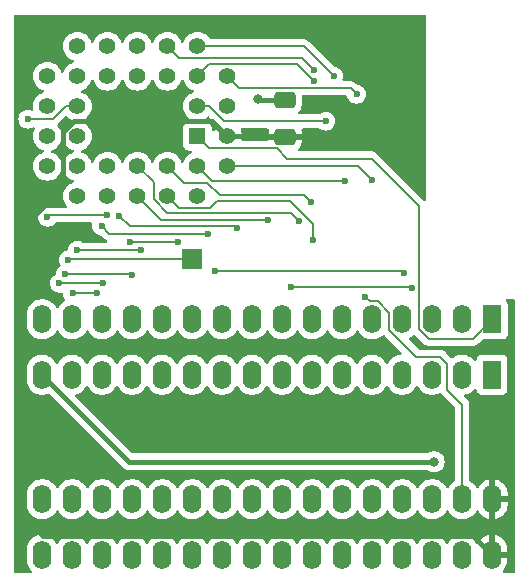
<source format=gbr>
%TF.GenerationSoftware,KiCad,Pcbnew,8.0.1-8.0.1-1~ubuntu22.04.1*%
%TF.CreationDate,2024-03-26T21:41:53+01:00*%
%TF.ProjectId,flash,666c6173-682e-46b6-9963-61645f706362,rev?*%
%TF.SameCoordinates,Original*%
%TF.FileFunction,Copper,L1,Top*%
%TF.FilePolarity,Positive*%
%FSLAX46Y46*%
G04 Gerber Fmt 4.6, Leading zero omitted, Abs format (unit mm)*
G04 Created by KiCad (PCBNEW 8.0.1-8.0.1-1~ubuntu22.04.1) date 2024-03-26 21:41:53*
%MOMM*%
%LPD*%
G01*
G04 APERTURE LIST*
G04 Aperture macros list*
%AMRoundRect*
0 Rectangle with rounded corners*
0 $1 Rounding radius*
0 $2 $3 $4 $5 $6 $7 $8 $9 X,Y pos of 4 corners*
0 Add a 4 corners polygon primitive as box body*
4,1,4,$2,$3,$4,$5,$6,$7,$8,$9,$2,$3,0*
0 Add four circle primitives for the rounded corners*
1,1,$1+$1,$2,$3*
1,1,$1+$1,$4,$5*
1,1,$1+$1,$6,$7*
1,1,$1+$1,$8,$9*
0 Add four rect primitives between the rounded corners*
20,1,$1+$1,$2,$3,$4,$5,0*
20,1,$1+$1,$4,$5,$6,$7,0*
20,1,$1+$1,$6,$7,$8,$9,0*
20,1,$1+$1,$8,$9,$2,$3,0*%
G04 Aperture macros list end*
%TA.AperFunction,ComponentPad*%
%ADD10R,1.422400X1.422400*%
%TD*%
%TA.AperFunction,ComponentPad*%
%ADD11C,1.422400*%
%TD*%
%TA.AperFunction,ComponentPad*%
%ADD12R,1.600000X2.400000*%
%TD*%
%TA.AperFunction,ComponentPad*%
%ADD13O,1.600000X2.400000*%
%TD*%
%TA.AperFunction,ComponentPad*%
%ADD14R,1.700000X1.700000*%
%TD*%
%TA.AperFunction,SMDPad,CuDef*%
%ADD15RoundRect,0.250000X0.650000X-0.412500X0.650000X0.412500X-0.650000X0.412500X-0.650000X-0.412500X0*%
%TD*%
%TA.AperFunction,ViaPad*%
%ADD16C,0.800000*%
%TD*%
%TA.AperFunction,ViaPad*%
%ADD17C,0.600000*%
%TD*%
%TA.AperFunction,Conductor*%
%ADD18C,0.200000*%
%TD*%
%TA.AperFunction,Conductor*%
%ADD19C,0.400000*%
%TD*%
G04 APERTURE END LIST*
D10*
%TO.P,U2,1,A18*%
%TO.N,/A18*%
X214426800Y-168656000D03*
D11*
%TO.P,U2,2,A16*%
%TO.N,/A16*%
X216966800Y-166116000D03*
%TO.P,U2,3,A15*%
%TO.N,/A15*%
X214426800Y-166116000D03*
%TO.P,U2,4,A12*%
%TO.N,/A12*%
X216966800Y-163576000D03*
%TO.P,U2,5,A7*%
%TO.N,/A7*%
X214426800Y-161036000D03*
%TO.P,U2,6,A6*%
%TO.N,/A6*%
X214426800Y-163576000D03*
%TO.P,U2,7,A5*%
%TO.N,/A5*%
X211886800Y-161036000D03*
%TO.P,U2,8,A4*%
%TO.N,/A4*%
X211886800Y-163576000D03*
%TO.P,U2,9,A3*%
%TO.N,/A3*%
X209346800Y-161036000D03*
%TO.P,U2,10,A2*%
%TO.N,/A2*%
X209346800Y-163576000D03*
%TO.P,U2,11,A1*%
%TO.N,/A1*%
X206806800Y-161036000D03*
%TO.P,U2,12,A0*%
%TO.N,/A0*%
X206806800Y-163576000D03*
%TO.P,U2,13,D0*%
%TO.N,/D0*%
X204266800Y-161036000D03*
%TO.P,U2,14,D1*%
%TO.N,/D1*%
X201726800Y-163576000D03*
%TO.P,U2,15,D2*%
%TO.N,/D2*%
X204266800Y-163576000D03*
%TO.P,U2,16,GND*%
%TO.N,GND*%
X201726800Y-166116000D03*
%TO.P,U2,17,D3*%
%TO.N,/D3*%
X204266800Y-166116000D03*
%TO.P,U2,18,D4*%
%TO.N,/D4*%
X201726800Y-168656000D03*
%TO.P,U2,19,D5*%
%TO.N,/D5*%
X204266800Y-168656000D03*
%TO.P,U2,20,D6*%
%TO.N,/D6*%
X201726800Y-171196000D03*
%TO.P,U2,21,D7*%
%TO.N,/D7*%
X204266800Y-173736000D03*
%TO.P,U2,22,CE*%
%TO.N,/~{CS_ROM}*%
X204266800Y-171196000D03*
%TO.P,U2,23,A10*%
%TO.N,/A10*%
X206806800Y-173736000D03*
%TO.P,U2,24,OE*%
%TO.N,/~{OE}*%
X206806800Y-171196000D03*
%TO.P,U2,25,A11*%
%TO.N,/A11*%
X209346800Y-173736000D03*
%TO.P,U2,26,A9*%
%TO.N,/A9*%
X209346800Y-171196000D03*
%TO.P,U2,27,A8*%
%TO.N,/A8*%
X211886800Y-173736000D03*
%TO.P,U2,28,A13*%
%TO.N,/A13*%
X211886800Y-171196000D03*
%TO.P,U2,29,A14*%
%TO.N,/A14*%
X214426800Y-173736000D03*
%TO.P,U2,30,A17*%
%TO.N,/A17*%
X216966800Y-171196000D03*
%TO.P,U2,31,PGM*%
%TO.N,/~{WE}*%
X214426800Y-171196000D03*
%TO.P,U2,32,VCC*%
%TO.N,VCC*%
X216966800Y-168656000D03*
%TD*%
D12*
%TO.P,U1,1,A18*%
%TO.N,/A18*%
X239395000Y-184150000D03*
D13*
%TO.P,U1,2,A16*%
%TO.N,/A16*%
X236855000Y-184150000D03*
%TO.P,U1,3,A14*%
%TO.N,/A14*%
X234315000Y-184150000D03*
%TO.P,U1,4,A12*%
%TO.N,/A12*%
X231775000Y-184150000D03*
%TO.P,U1,5,A7*%
%TO.N,/A7*%
X229235000Y-184150000D03*
%TO.P,U1,6,A6*%
%TO.N,/A6*%
X226695000Y-184150000D03*
%TO.P,U1,7,A5*%
%TO.N,/A5*%
X224155000Y-184150000D03*
%TO.P,U1,8,A4*%
%TO.N,/A4*%
X221615000Y-184150000D03*
%TO.P,U1,9,A3*%
%TO.N,/A3*%
X219075000Y-184150000D03*
%TO.P,U1,10,A2*%
%TO.N,/A2*%
X216535000Y-184150000D03*
%TO.P,U1,11,A1*%
%TO.N,/A1*%
X213995000Y-184150000D03*
%TO.P,U1,12,A0*%
%TO.N,/A0*%
X211455000Y-184150000D03*
%TO.P,U1,13,DQ0*%
%TO.N,/D0*%
X208915000Y-184150000D03*
%TO.P,U1,14,DQ1*%
%TO.N,/D1*%
X206375000Y-184150000D03*
%TO.P,U1,15,DQ2*%
%TO.N,/D2*%
X203835000Y-184150000D03*
%TO.P,U1,16,VSS*%
%TO.N,GND*%
X201295000Y-184150000D03*
%TO.P,U1,17,DQ3*%
%TO.N,/D3*%
X201295000Y-199390000D03*
%TO.P,U1,18,DQ4*%
%TO.N,/D4*%
X203835000Y-199390000D03*
%TO.P,U1,19,DQ5*%
%TO.N,/D5*%
X206375000Y-199390000D03*
%TO.P,U1,20,DQ6*%
%TO.N,/D6*%
X208915000Y-199390000D03*
%TO.P,U1,21,DQ7*%
%TO.N,/D7*%
X211455000Y-199390000D03*
%TO.P,U1,22,CE#*%
%TO.N,/~{CE}*%
X213995000Y-199390000D03*
%TO.P,U1,23,A10*%
%TO.N,/A10*%
X216535000Y-199390000D03*
%TO.P,U1,24,OE#*%
%TO.N,/~{OE}*%
X219075000Y-199390000D03*
%TO.P,U1,25,A11*%
%TO.N,/A11*%
X221615000Y-199390000D03*
%TO.P,U1,26,A9*%
%TO.N,/A9*%
X224155000Y-199390000D03*
%TO.P,U1,27,A8*%
%TO.N,/A8*%
X226695000Y-199390000D03*
%TO.P,U1,28,A13*%
%TO.N,/A13*%
X229235000Y-199390000D03*
%TO.P,U1,29,WE#*%
%TO.N,/~{WE}*%
X231775000Y-199390000D03*
%TO.P,U1,30,A17*%
%TO.N,/A17*%
X234315000Y-199390000D03*
%TO.P,U1,31,A15*%
%TO.N,/A15*%
X236855000Y-199390000D03*
%TO.P,U1,32,VCC*%
%TO.N,VCC*%
X239395000Y-199390000D03*
%TD*%
%TO.P,U3,32,VCC*%
%TO.N,VCC*%
X239369600Y-204090000D03*
%TO.P,U3,31,A15*%
%TO.N,/A15*%
X236829600Y-204090000D03*
%TO.P,U3,30,A17*%
%TO.N,/A17*%
X234289600Y-204090000D03*
%TO.P,U3,29,WE#*%
%TO.N,/~{WE}*%
X231749600Y-204090000D03*
%TO.P,U3,28,A13*%
%TO.N,/A13*%
X229209600Y-204090000D03*
%TO.P,U3,27,A8*%
%TO.N,/A8*%
X226669600Y-204090000D03*
%TO.P,U3,26,A9*%
%TO.N,/A9*%
X224129600Y-204090000D03*
%TO.P,U3,25,A11*%
%TO.N,/A11*%
X221589600Y-204090000D03*
%TO.P,U3,24,OE#*%
%TO.N,/~{OE}*%
X219049600Y-204090000D03*
%TO.P,U3,23,A10*%
%TO.N,/A10*%
X216509600Y-204090000D03*
%TO.P,U3,22,CE#*%
%TO.N,/~{CE}*%
X213969600Y-204090000D03*
%TO.P,U3,21,DQ7*%
%TO.N,/D7*%
X211429600Y-204090000D03*
%TO.P,U3,20,DQ6*%
%TO.N,/D6*%
X208889600Y-204090000D03*
%TO.P,U3,19,DQ5*%
%TO.N,/D5*%
X206349600Y-204090000D03*
%TO.P,U3,18,DQ4*%
%TO.N,/D4*%
X203809600Y-204090000D03*
%TO.P,U3,17,DQ3*%
%TO.N,/D3*%
X201269600Y-204090000D03*
%TO.P,U3,16,VSS*%
%TO.N,GND*%
X201269600Y-188850000D03*
%TO.P,U3,15,DQ2*%
%TO.N,/D2*%
X203809600Y-188850000D03*
%TO.P,U3,14,DQ1*%
%TO.N,/D1*%
X206349600Y-188850000D03*
%TO.P,U3,13,DQ0*%
%TO.N,/D0*%
X208889600Y-188850000D03*
%TO.P,U3,12,A0*%
%TO.N,/A0*%
X211429600Y-188850000D03*
%TO.P,U3,11,A1*%
%TO.N,/A1*%
X213969600Y-188850000D03*
%TO.P,U3,10,A2*%
%TO.N,/A2*%
X216509600Y-188850000D03*
%TO.P,U3,9,A3*%
%TO.N,/A3*%
X219049600Y-188850000D03*
%TO.P,U3,8,A4*%
%TO.N,/A4*%
X221589600Y-188850000D03*
%TO.P,U3,7,A5*%
%TO.N,/A5*%
X224129600Y-188850000D03*
%TO.P,U3,6,A6*%
%TO.N,/A6*%
X226669600Y-188850000D03*
%TO.P,U3,5,A7*%
%TO.N,/A7*%
X229209600Y-188850000D03*
%TO.P,U3,4,A12*%
%TO.N,/A12*%
X231749600Y-188850000D03*
%TO.P,U3,3,A14*%
%TO.N,/A14*%
X234289600Y-188850000D03*
%TO.P,U3,2,A16*%
%TO.N,/A16*%
X236829600Y-188850000D03*
D12*
%TO.P,U3,1,A18*%
%TO.N,/A18*%
X239369600Y-188850000D03*
%TD*%
D14*
%TO.P,CS_ROM,1,Pin_1*%
%TO.N,/~{CS_ROM}*%
X213995000Y-179070000D03*
%TD*%
D15*
%TO.P,C2,1*%
%TO.N,VCC*%
X221843600Y-168706800D03*
%TO.P,C2,2*%
%TO.N,GND*%
X221843600Y-165581800D03*
%TD*%
D16*
%TO.N,GND*%
X234442000Y-196215000D03*
D17*
%TO.N,/A15*%
X225298000Y-167386000D03*
%TO.N,/A7*%
X225948001Y-163576000D03*
%TO.N,/A12*%
X227895000Y-165100000D03*
%TO.N,/A6*%
X224286000Y-163957000D03*
%TO.N,/A5*%
X224282000Y-163068000D03*
%TO.N,/A15*%
X228600000Y-182245000D03*
%TO.N,/A17*%
X229209600Y-172364400D03*
%TO.N,/~{WE}*%
X226949000Y-172466000D03*
%TO.N,/A13*%
X224028000Y-174244000D03*
%TO.N,/A8*%
X224194755Y-177425997D03*
%TO.N,/A16*%
X232562400Y-181508408D03*
X222351600Y-181457600D03*
%TO.N,/A14*%
X231902000Y-180212996D03*
X215950800Y-180086000D03*
%TO.N,/A9*%
X223062800Y-175869600D03*
D16*
%TO.N,GND*%
X219583000Y-165481000D03*
D17*
%TO.N,/A11*%
X220370398Y-175768000D03*
%TO.N,/A1*%
X212750400Y-177596800D03*
X208686400Y-177596800D03*
%TO.N,/A10*%
X215300800Y-176910996D03*
X206303434Y-176249728D03*
%TO.N,/~{OE}*%
X207822800Y-175412400D03*
X217779600Y-176418000D03*
%TO.N,/D7*%
X204266800Y-178308000D03*
X209651600Y-178308000D03*
%TO.N,/D6*%
X201726800Y-175514000D03*
X206806800Y-175358968D03*
%TO.N,/D3*%
X200063800Y-167216620D03*
%TO.N,/D2*%
X203860400Y-181965600D03*
X205928000Y-181965600D03*
%TO.N,/D0*%
X203250800Y-180340000D03*
X208889600Y-180390800D03*
%TO.N,/D1*%
X202742800Y-181102000D03*
X206400401Y-181101999D03*
%TO.N,/~{CS_ROM}*%
X203504800Y-179120800D03*
%TD*%
D18*
%TO.N,/A13*%
X213298000Y-172607200D02*
X215272314Y-172607200D01*
X215272314Y-172607200D02*
X216327728Y-173662614D01*
X223446614Y-173662614D02*
X224028000Y-174244000D01*
X211886800Y-171196000D02*
X213298000Y-172607200D01*
X216327728Y-173662614D02*
X223446614Y-173662614D01*
%TO.N,/A8*%
X222219760Y-174117000D02*
X224194755Y-176091995D01*
X224194755Y-176091995D02*
X224194755Y-177425997D01*
X211886800Y-173736000D02*
X212898000Y-174747200D01*
X212898000Y-174747200D02*
X215447600Y-174747200D01*
X216077800Y-174117000D02*
X222219760Y-174117000D01*
X215447600Y-174747200D02*
X216077800Y-174117000D01*
%TO.N,/A7*%
X223408001Y-161036000D02*
X225948001Y-163576000D01*
X214426800Y-161036000D02*
X223408001Y-161036000D01*
%TO.N,/A5*%
X211886800Y-161036000D02*
X212902800Y-162052000D01*
X223266000Y-162052000D02*
X224282000Y-163068000D01*
X212902800Y-162052000D02*
X223266000Y-162052000D01*
%TO.N,/A6*%
X215442800Y-162560000D02*
X222889000Y-162560000D01*
X222889000Y-162560000D02*
X224286000Y-163957000D01*
X214426800Y-163576000D02*
X215442800Y-162560000D01*
%TO.N,/~{WE}*%
X215696800Y-172466000D02*
X226949000Y-172466000D01*
X214426800Y-171196000D02*
X215696800Y-172466000D01*
%TO.N,/A15*%
X214426800Y-166116000D02*
X215392000Y-166116000D01*
X215392000Y-166116000D02*
X216662000Y-167386000D01*
X216662000Y-167386000D02*
X225298000Y-167386000D01*
%TO.N,/A12*%
X216966800Y-163576000D02*
X217982800Y-164592000D01*
X217982800Y-164592000D02*
X227387000Y-164592000D01*
X227387000Y-164592000D02*
X227895000Y-165100000D01*
%TO.N,/A18*%
X214426800Y-168656000D02*
X215438000Y-169667200D01*
X215438000Y-169667200D02*
X221127600Y-169667200D01*
X221127600Y-169667200D02*
X222006400Y-170546000D01*
X229169200Y-170546000D02*
X233172000Y-174548800D01*
X222006400Y-170546000D02*
X229169200Y-170546000D01*
X233172000Y-174548800D02*
X233172000Y-184962635D01*
X233172000Y-184962635D02*
X234010365Y-185801000D01*
X234010365Y-185801000D02*
X237744000Y-185801000D01*
X237744000Y-185801000D02*
X239395000Y-184150000D01*
%TO.N,/A15*%
X228600000Y-182245000D02*
X229005000Y-182650000D01*
X229005000Y-182650000D02*
X229690635Y-182650000D01*
X229690635Y-182650000D02*
X230675000Y-183634365D01*
X230675000Y-185082000D02*
X232943000Y-187350000D01*
X230675000Y-183634365D02*
X230675000Y-185082000D01*
X232943000Y-187350000D02*
X234987118Y-187350000D01*
X234987118Y-187350000D02*
X235585000Y-187947882D01*
X235585000Y-187947882D02*
X235585000Y-190119000D01*
X235585000Y-190119000D02*
X236855000Y-191389000D01*
X236855000Y-191389000D02*
X236855000Y-199390000D01*
%TO.N,/A9*%
X223062800Y-175869600D02*
X222340400Y-175147200D01*
X222340400Y-175147200D02*
X211867947Y-175147200D01*
X210718400Y-172567600D02*
X209346800Y-171196000D01*
X211867947Y-175147200D02*
X210718400Y-173997653D01*
X210718400Y-173997653D02*
X210718400Y-172567600D01*
%TO.N,/A11*%
X211378800Y-175768000D02*
X220370398Y-175768000D01*
X209346800Y-173736000D02*
X211378800Y-175768000D01*
%TO.N,/~{OE}*%
X208686400Y-176276000D02*
X217637600Y-176276000D01*
X207822800Y-175412400D02*
X208686400Y-176276000D01*
X217637600Y-176276000D02*
X217779600Y-176418000D01*
%TO.N,/A10*%
X206964708Y-176911002D02*
X215300794Y-176911002D01*
X215300794Y-176911002D02*
X215300800Y-176910996D01*
X206303434Y-176249728D02*
X206964708Y-176911002D01*
%TO.N,/A16*%
X222351600Y-181457600D02*
X232511592Y-181457600D01*
X232511592Y-181457600D02*
X232562400Y-181508408D01*
%TO.N,/A14*%
X231775004Y-180086000D02*
X231902000Y-180212996D01*
X215950800Y-180086000D02*
X231775004Y-180086000D01*
%TO.N,/A17*%
X228041200Y-171196000D02*
X229209600Y-172364400D01*
X216966800Y-171196000D02*
X228041200Y-171196000D01*
D19*
%TO.N,GND*%
X201269600Y-188850000D02*
X208634600Y-196215000D01*
X208634600Y-196215000D02*
X234442000Y-196215000D01*
X219683800Y-165581800D02*
X219583000Y-165481000D01*
X221843600Y-165581800D02*
X219683800Y-165581800D01*
%TO.N,VCC*%
X239369600Y-204090000D02*
X237769600Y-202490000D01*
X203073000Y-172974000D02*
X203073000Y-168278325D01*
X237769600Y-202490000D02*
X201347000Y-202490000D01*
X201347000Y-202490000D02*
X199771000Y-200914000D01*
X199771000Y-200914000D02*
X199771000Y-176276000D01*
X199771000Y-176276000D02*
X203073000Y-172974000D01*
X203073000Y-168278325D02*
X203965325Y-167386000D01*
X203965325Y-167386000D02*
X215696800Y-167386000D01*
X215696800Y-167386000D02*
X216966800Y-168656000D01*
D18*
%TO.N,/D3*%
X203261012Y-166116000D02*
X202160392Y-167216620D01*
X202160392Y-167216620D02*
X200063800Y-167216620D01*
X204266800Y-166116000D02*
X203261012Y-166116000D01*
D19*
%TO.N,VCC*%
X216966800Y-168656000D02*
X221792800Y-168656000D01*
X221792800Y-168656000D02*
X221843600Y-168706800D01*
D18*
%TO.N,/A1*%
X208686400Y-177596800D02*
X212750400Y-177596800D01*
%TO.N,/D6*%
X201726800Y-175514000D02*
X201881832Y-175358968D01*
X201881832Y-175358968D02*
X206806800Y-175358968D01*
%TO.N,/D7*%
X204266800Y-178308000D02*
X209651600Y-178308000D01*
%TO.N,/D2*%
X203860400Y-181965600D02*
X205928000Y-181965600D01*
%TO.N,/~{CS_ROM}*%
X203555600Y-179070000D02*
X203504800Y-179120800D01*
X213995000Y-179070000D02*
X203555600Y-179070000D01*
%TO.N,/D0*%
X208838800Y-180340000D02*
X208889600Y-180390800D01*
X203250800Y-180340000D02*
X208838800Y-180340000D01*
%TO.N,/D1*%
X206400400Y-181102000D02*
X206400401Y-181101999D01*
X202742800Y-181102000D02*
X206400400Y-181102000D01*
%TD*%
%TA.AperFunction,Conductor*%
%TO.N,VCC*%
G36*
X233757539Y-158381185D02*
G01*
X233803294Y-158433989D01*
X233814500Y-158485500D01*
X233814500Y-174042701D01*
X233794815Y-174109740D01*
X233742011Y-174155495D01*
X233672853Y-174165439D01*
X233609297Y-174136414D01*
X233602819Y-174130382D01*
X233536397Y-174063960D01*
X233536374Y-174063939D01*
X229656790Y-170184355D01*
X229656788Y-170184352D01*
X229537917Y-170065481D01*
X229537909Y-170065475D01*
X229421299Y-169998151D01*
X229421299Y-169998150D01*
X229421296Y-169998150D01*
X229400985Y-169986423D01*
X229248257Y-169945499D01*
X229090143Y-169945499D01*
X229082547Y-169945499D01*
X229082531Y-169945500D01*
X223019997Y-169945500D01*
X222952958Y-169925815D01*
X222907203Y-169873011D01*
X222897259Y-169803853D01*
X222926284Y-169740297D01*
X222954902Y-169715960D01*
X222961945Y-169711615D01*
X223085915Y-169587645D01*
X223177956Y-169438424D01*
X223177958Y-169438419D01*
X223233105Y-169271997D01*
X223233106Y-169271990D01*
X223243599Y-169169286D01*
X223243600Y-169169273D01*
X223243600Y-168956800D01*
X220443601Y-168956800D01*
X220437739Y-168962661D01*
X220423916Y-169009739D01*
X220371112Y-169055494D01*
X220319601Y-169066700D01*
X218272280Y-169066700D01*
X218205241Y-169047015D01*
X218159486Y-168994211D01*
X218149542Y-168925053D01*
X218152505Y-168910606D01*
X218164155Y-168867127D01*
X218164156Y-168867120D01*
X218182627Y-168656001D01*
X218182627Y-168655998D01*
X218164156Y-168444879D01*
X218164154Y-168444868D01*
X218109306Y-168240170D01*
X218109301Y-168240156D01*
X218073278Y-168162904D01*
X218062786Y-168093827D01*
X218091306Y-168030043D01*
X218149783Y-167991804D01*
X218185660Y-167986500D01*
X220333944Y-167986500D01*
X220400983Y-168006185D01*
X220446738Y-168058989D01*
X220456682Y-168128147D01*
X220455194Y-168136469D01*
X220454093Y-168141606D01*
X220443600Y-168244313D01*
X220443600Y-168456800D01*
X223243599Y-168456800D01*
X223243599Y-168244328D01*
X223243598Y-168244313D01*
X223233106Y-168141605D01*
X223232004Y-168136457D01*
X223237219Y-168066782D01*
X223279275Y-168010988D01*
X223344820Y-167986787D01*
X223353257Y-167986500D01*
X224715588Y-167986500D01*
X224782627Y-168006185D01*
X224792903Y-168013555D01*
X224795736Y-168015814D01*
X224795738Y-168015816D01*
X224948478Y-168111789D01*
X225094556Y-168162904D01*
X225118745Y-168171368D01*
X225118750Y-168171369D01*
X225297996Y-168191565D01*
X225298000Y-168191565D01*
X225298004Y-168191565D01*
X225477249Y-168171369D01*
X225477252Y-168171368D01*
X225477255Y-168171368D01*
X225647522Y-168111789D01*
X225800262Y-168015816D01*
X225927816Y-167888262D01*
X226023789Y-167735522D01*
X226083368Y-167565255D01*
X226090607Y-167501006D01*
X226103565Y-167386003D01*
X226103565Y-167385996D01*
X226083369Y-167206750D01*
X226083368Y-167206745D01*
X226023788Y-167036476D01*
X225984530Y-166973998D01*
X225927816Y-166883738D01*
X225800262Y-166756184D01*
X225647523Y-166660211D01*
X225477254Y-166600631D01*
X225477249Y-166600630D01*
X225298004Y-166580435D01*
X225297996Y-166580435D01*
X225118750Y-166600630D01*
X225118745Y-166600631D01*
X224948476Y-166660211D01*
X224795736Y-166756185D01*
X224792903Y-166758445D01*
X224790724Y-166759334D01*
X224789842Y-166759889D01*
X224789744Y-166759734D01*
X224728217Y-166784855D01*
X224715588Y-166785500D01*
X223063130Y-166785500D01*
X222996091Y-166765815D01*
X222950336Y-166713011D01*
X222940392Y-166643853D01*
X222969417Y-166580297D01*
X222975449Y-166573819D01*
X223017267Y-166532001D01*
X223086312Y-166462956D01*
X223178414Y-166313634D01*
X223233599Y-166147097D01*
X223244100Y-166044309D01*
X223244099Y-165316499D01*
X223263783Y-165249461D01*
X223316587Y-165203706D01*
X223368099Y-165192500D01*
X226991293Y-165192500D01*
X227058332Y-165212185D01*
X227104087Y-165264989D01*
X227108335Y-165275546D01*
X227109631Y-165279249D01*
X227109632Y-165279255D01*
X227128843Y-165334157D01*
X227169210Y-165449521D01*
X227258578Y-165591748D01*
X227265184Y-165602262D01*
X227392738Y-165729816D01*
X227545478Y-165825789D01*
X227612603Y-165849277D01*
X227715745Y-165885368D01*
X227715750Y-165885369D01*
X227894996Y-165905565D01*
X227895000Y-165905565D01*
X227895004Y-165905565D01*
X228074249Y-165885369D01*
X228074252Y-165885368D01*
X228074255Y-165885368D01*
X228244522Y-165825789D01*
X228397262Y-165729816D01*
X228524816Y-165602262D01*
X228620789Y-165449522D01*
X228680368Y-165279255D01*
X228680786Y-165275546D01*
X228700565Y-165100003D01*
X228700565Y-165099996D01*
X228680369Y-164920750D01*
X228680368Y-164920745D01*
X228661409Y-164866563D01*
X228620789Y-164750478D01*
X228600992Y-164718972D01*
X228544692Y-164629371D01*
X228524816Y-164597738D01*
X228397262Y-164470184D01*
X228244521Y-164374210D01*
X228074249Y-164314630D01*
X227987330Y-164304837D01*
X227922916Y-164277770D01*
X227913533Y-164269298D01*
X227874590Y-164230355D01*
X227874588Y-164230352D01*
X227755717Y-164111481D01*
X227755716Y-164111480D01*
X227660520Y-164056519D01*
X227618785Y-164032423D01*
X227466057Y-163991499D01*
X227307943Y-163991499D01*
X227300347Y-163991499D01*
X227300331Y-163991500D01*
X226825466Y-163991500D01*
X226758427Y-163971815D01*
X226712672Y-163919011D01*
X226702728Y-163849853D01*
X226708424Y-163826546D01*
X226733368Y-163755257D01*
X226733369Y-163755255D01*
X226748021Y-163625215D01*
X226753566Y-163576003D01*
X226753566Y-163575996D01*
X226733370Y-163396750D01*
X226733369Y-163396745D01*
X226673789Y-163226476D01*
X226577816Y-163073737D01*
X226450263Y-162946184D01*
X226297522Y-162850210D01*
X226137347Y-162794163D01*
X226127256Y-162790632D01*
X226127255Y-162790631D01*
X226127250Y-162790630D01*
X226040331Y-162780837D01*
X225975917Y-162753770D01*
X225966534Y-162745298D01*
X223895591Y-160674355D01*
X223895589Y-160674352D01*
X223776718Y-160555481D01*
X223776717Y-160555480D01*
X223689905Y-160505360D01*
X223689905Y-160505359D01*
X223689901Y-160505358D01*
X223639786Y-160476423D01*
X223487058Y-160435499D01*
X223328944Y-160435499D01*
X223321348Y-160435499D01*
X223321332Y-160435500D01*
X215550088Y-160435500D01*
X215483049Y-160415815D01*
X215448513Y-160382624D01*
X215358561Y-160254159D01*
X215208641Y-160104239D01*
X215208639Y-160104238D01*
X215208636Y-160104235D01*
X215034968Y-159982631D01*
X215034964Y-159982629D01*
X214842809Y-159893026D01*
X214842805Y-159893025D01*
X214842801Y-159893023D01*
X214638018Y-159838152D01*
X214638008Y-159838150D01*
X214426801Y-159819672D01*
X214426799Y-159819672D01*
X214215591Y-159838150D01*
X214215581Y-159838152D01*
X214010798Y-159893023D01*
X214010789Y-159893027D01*
X213818635Y-159982629D01*
X213818631Y-159982631D01*
X213644963Y-160104235D01*
X213644957Y-160104240D01*
X213495040Y-160254157D01*
X213495035Y-160254163D01*
X213373431Y-160427831D01*
X213373429Y-160427835D01*
X213283827Y-160619989D01*
X213283824Y-160619996D01*
X213276575Y-160647051D01*
X213240209Y-160706711D01*
X213177362Y-160737240D01*
X213107987Y-160728945D01*
X213054109Y-160684459D01*
X213037025Y-160647051D01*
X213029775Y-160619996D01*
X213029774Y-160619991D01*
X212940171Y-160427836D01*
X212940169Y-160427833D01*
X212940168Y-160427831D01*
X212818564Y-160254163D01*
X212818559Y-160254157D01*
X212668642Y-160104240D01*
X212668636Y-160104235D01*
X212494968Y-159982631D01*
X212494964Y-159982629D01*
X212302809Y-159893026D01*
X212302805Y-159893025D01*
X212302801Y-159893023D01*
X212098018Y-159838152D01*
X212098008Y-159838150D01*
X211886801Y-159819672D01*
X211886799Y-159819672D01*
X211675591Y-159838150D01*
X211675581Y-159838152D01*
X211470798Y-159893023D01*
X211470789Y-159893027D01*
X211278635Y-159982629D01*
X211278631Y-159982631D01*
X211104963Y-160104235D01*
X211104957Y-160104240D01*
X210955040Y-160254157D01*
X210955035Y-160254163D01*
X210833431Y-160427831D01*
X210833429Y-160427835D01*
X210743827Y-160619989D01*
X210743824Y-160619996D01*
X210736575Y-160647051D01*
X210700209Y-160706711D01*
X210637362Y-160737240D01*
X210567987Y-160728945D01*
X210514109Y-160684459D01*
X210497025Y-160647051D01*
X210489775Y-160619996D01*
X210489774Y-160619991D01*
X210400171Y-160427836D01*
X210400169Y-160427833D01*
X210400168Y-160427831D01*
X210278564Y-160254163D01*
X210278559Y-160254157D01*
X210128642Y-160104240D01*
X210128636Y-160104235D01*
X209954968Y-159982631D01*
X209954964Y-159982629D01*
X209762809Y-159893026D01*
X209762805Y-159893025D01*
X209762801Y-159893023D01*
X209558018Y-159838152D01*
X209558008Y-159838150D01*
X209346801Y-159819672D01*
X209346799Y-159819672D01*
X209135591Y-159838150D01*
X209135581Y-159838152D01*
X208930798Y-159893023D01*
X208930789Y-159893027D01*
X208738635Y-159982629D01*
X208738631Y-159982631D01*
X208564963Y-160104235D01*
X208564957Y-160104240D01*
X208415040Y-160254157D01*
X208415035Y-160254163D01*
X208293431Y-160427831D01*
X208293429Y-160427835D01*
X208203827Y-160619989D01*
X208203824Y-160619996D01*
X208196575Y-160647051D01*
X208160209Y-160706711D01*
X208097362Y-160737240D01*
X208027987Y-160728945D01*
X207974109Y-160684459D01*
X207957025Y-160647051D01*
X207949775Y-160619996D01*
X207949774Y-160619991D01*
X207860171Y-160427836D01*
X207860169Y-160427833D01*
X207860168Y-160427831D01*
X207738564Y-160254163D01*
X207738559Y-160254157D01*
X207588642Y-160104240D01*
X207588636Y-160104235D01*
X207414968Y-159982631D01*
X207414964Y-159982629D01*
X207222809Y-159893026D01*
X207222805Y-159893025D01*
X207222801Y-159893023D01*
X207018018Y-159838152D01*
X207018008Y-159838150D01*
X206806801Y-159819672D01*
X206806799Y-159819672D01*
X206595591Y-159838150D01*
X206595581Y-159838152D01*
X206390798Y-159893023D01*
X206390789Y-159893027D01*
X206198635Y-159982629D01*
X206198631Y-159982631D01*
X206024963Y-160104235D01*
X206024957Y-160104240D01*
X205875040Y-160254157D01*
X205875035Y-160254163D01*
X205753431Y-160427831D01*
X205753429Y-160427835D01*
X205663827Y-160619989D01*
X205663824Y-160619996D01*
X205656575Y-160647051D01*
X205620209Y-160706711D01*
X205557362Y-160737240D01*
X205487987Y-160728945D01*
X205434109Y-160684459D01*
X205417025Y-160647051D01*
X205409775Y-160619996D01*
X205409774Y-160619991D01*
X205320171Y-160427836D01*
X205320169Y-160427833D01*
X205320168Y-160427831D01*
X205198564Y-160254163D01*
X205198559Y-160254157D01*
X205048642Y-160104240D01*
X205048636Y-160104235D01*
X204874968Y-159982631D01*
X204874964Y-159982629D01*
X204682809Y-159893026D01*
X204682805Y-159893025D01*
X204682801Y-159893023D01*
X204478018Y-159838152D01*
X204478008Y-159838150D01*
X204266801Y-159819672D01*
X204266799Y-159819672D01*
X204055591Y-159838150D01*
X204055581Y-159838152D01*
X203850798Y-159893023D01*
X203850789Y-159893027D01*
X203658635Y-159982629D01*
X203658631Y-159982631D01*
X203484963Y-160104235D01*
X203484957Y-160104240D01*
X203335040Y-160254157D01*
X203335035Y-160254163D01*
X203213431Y-160427831D01*
X203213429Y-160427835D01*
X203123827Y-160619989D01*
X203123823Y-160619998D01*
X203068952Y-160824781D01*
X203068950Y-160824791D01*
X203050472Y-161035999D01*
X203050472Y-161036000D01*
X203068950Y-161247208D01*
X203068952Y-161247218D01*
X203123823Y-161452001D01*
X203123825Y-161452005D01*
X203123826Y-161452009D01*
X203213429Y-161644164D01*
X203213431Y-161644168D01*
X203335035Y-161817836D01*
X203335040Y-161817842D01*
X203484957Y-161967759D01*
X203484963Y-161967764D01*
X203658631Y-162089368D01*
X203658633Y-162089369D01*
X203658636Y-162089371D01*
X203850791Y-162178974D01*
X203865517Y-162182919D01*
X203877851Y-162186225D01*
X203937511Y-162222591D01*
X203968040Y-162285438D01*
X203959745Y-162354813D01*
X203915259Y-162408691D01*
X203877851Y-162425775D01*
X203850796Y-162433024D01*
X203850789Y-162433027D01*
X203658635Y-162522629D01*
X203658631Y-162522631D01*
X203484963Y-162644235D01*
X203484957Y-162644240D01*
X203335040Y-162794157D01*
X203335035Y-162794163D01*
X203213431Y-162967831D01*
X203213429Y-162967835D01*
X203123827Y-163159989D01*
X203123824Y-163159996D01*
X203116575Y-163187051D01*
X203080209Y-163246711D01*
X203017362Y-163277240D01*
X202947987Y-163268945D01*
X202894109Y-163224459D01*
X202877025Y-163187051D01*
X202869775Y-163159996D01*
X202869774Y-163159991D01*
X202780171Y-162967836D01*
X202780169Y-162967833D01*
X202780168Y-162967831D01*
X202658564Y-162794163D01*
X202658559Y-162794157D01*
X202508642Y-162644240D01*
X202508636Y-162644235D01*
X202334968Y-162522631D01*
X202334964Y-162522629D01*
X202142809Y-162433026D01*
X202142805Y-162433025D01*
X202142801Y-162433023D01*
X201938018Y-162378152D01*
X201938008Y-162378150D01*
X201726801Y-162359672D01*
X201726799Y-162359672D01*
X201515591Y-162378150D01*
X201515581Y-162378152D01*
X201310798Y-162433023D01*
X201310789Y-162433027D01*
X201118635Y-162522629D01*
X201118631Y-162522631D01*
X200944963Y-162644235D01*
X200944957Y-162644240D01*
X200795040Y-162794157D01*
X200795035Y-162794163D01*
X200673431Y-162967831D01*
X200673429Y-162967835D01*
X200583827Y-163159989D01*
X200583823Y-163159998D01*
X200528952Y-163364781D01*
X200528950Y-163364791D01*
X200510472Y-163575999D01*
X200510472Y-163576000D01*
X200528950Y-163787208D01*
X200528952Y-163787218D01*
X200583823Y-163992001D01*
X200583825Y-163992005D01*
X200583826Y-163992009D01*
X200673429Y-164184164D01*
X200673431Y-164184168D01*
X200795035Y-164357836D01*
X200795040Y-164357842D01*
X200944957Y-164507759D01*
X200944963Y-164507764D01*
X201118631Y-164629368D01*
X201118633Y-164629369D01*
X201118636Y-164629371D01*
X201310791Y-164718974D01*
X201325517Y-164722919D01*
X201337851Y-164726225D01*
X201397511Y-164762591D01*
X201428040Y-164825438D01*
X201419745Y-164894813D01*
X201375259Y-164948691D01*
X201337851Y-164965775D01*
X201310796Y-164973024D01*
X201310789Y-164973027D01*
X201118635Y-165062629D01*
X201118631Y-165062631D01*
X200944963Y-165184235D01*
X200944957Y-165184240D01*
X200795040Y-165334157D01*
X200795035Y-165334163D01*
X200673431Y-165507831D01*
X200673429Y-165507835D01*
X200583827Y-165699989D01*
X200583823Y-165699998D01*
X200528952Y-165904781D01*
X200528950Y-165904791D01*
X200510472Y-166115999D01*
X200510472Y-166116000D01*
X200528950Y-166327208D01*
X200529892Y-166332547D01*
X200528400Y-166332809D01*
X200526903Y-166395633D01*
X200487738Y-166453494D01*
X200423509Y-166480997D01*
X200367837Y-166474915D01*
X200243054Y-166431251D01*
X200243049Y-166431250D01*
X200063804Y-166411055D01*
X200063796Y-166411055D01*
X199884550Y-166431250D01*
X199884545Y-166431251D01*
X199714276Y-166490831D01*
X199561537Y-166586804D01*
X199433984Y-166714357D01*
X199338011Y-166867096D01*
X199278431Y-167037365D01*
X199278430Y-167037370D01*
X199258235Y-167216616D01*
X199258235Y-167216623D01*
X199278430Y-167395869D01*
X199278431Y-167395874D01*
X199338011Y-167566143D01*
X199423668Y-167702464D01*
X199433984Y-167718882D01*
X199561538Y-167846436D01*
X199714278Y-167942409D01*
X199840280Y-167986499D01*
X199884545Y-168001988D01*
X199884550Y-168001989D01*
X200063796Y-168022185D01*
X200063800Y-168022185D01*
X200063804Y-168022185D01*
X200243049Y-168001989D01*
X200243052Y-168001988D01*
X200243055Y-168001988D01*
X200413322Y-167942409D01*
X200494678Y-167891289D01*
X200561912Y-167872289D01*
X200628748Y-167892656D01*
X200673962Y-167945923D01*
X200683201Y-168015179D01*
X200673031Y-168048687D01*
X200583828Y-168239984D01*
X200583823Y-168239998D01*
X200528952Y-168444781D01*
X200528950Y-168444791D01*
X200510472Y-168655999D01*
X200510472Y-168656000D01*
X200528950Y-168867208D01*
X200528952Y-168867218D01*
X200583823Y-169072001D01*
X200583825Y-169072005D01*
X200583826Y-169072009D01*
X200600433Y-169107623D01*
X200673429Y-169264164D01*
X200673431Y-169264168D01*
X200795035Y-169437836D01*
X200795040Y-169437842D01*
X200944957Y-169587759D01*
X200944963Y-169587764D01*
X201118631Y-169709368D01*
X201118633Y-169709369D01*
X201118636Y-169709371D01*
X201310791Y-169798974D01*
X201325517Y-169802919D01*
X201337851Y-169806225D01*
X201397511Y-169842591D01*
X201428040Y-169905438D01*
X201419745Y-169974813D01*
X201375259Y-170028691D01*
X201337851Y-170045775D01*
X201310796Y-170053024D01*
X201310789Y-170053027D01*
X201118635Y-170142629D01*
X201118631Y-170142631D01*
X200944963Y-170264235D01*
X200944957Y-170264240D01*
X200795040Y-170414157D01*
X200795035Y-170414163D01*
X200673431Y-170587831D01*
X200673429Y-170587835D01*
X200583827Y-170779989D01*
X200583823Y-170779998D01*
X200528952Y-170984781D01*
X200528950Y-170984791D01*
X200510472Y-171195999D01*
X200510472Y-171196000D01*
X200528950Y-171407208D01*
X200528952Y-171407218D01*
X200583823Y-171612001D01*
X200583825Y-171612005D01*
X200583826Y-171612009D01*
X200669855Y-171796500D01*
X200673429Y-171804164D01*
X200673431Y-171804168D01*
X200795035Y-171977836D01*
X200795040Y-171977842D01*
X200944957Y-172127759D01*
X200944963Y-172127764D01*
X201118631Y-172249368D01*
X201118633Y-172249369D01*
X201118636Y-172249371D01*
X201310791Y-172338974D01*
X201515587Y-172393849D01*
X201684557Y-172408632D01*
X201726799Y-172412328D01*
X201726800Y-172412328D01*
X201726801Y-172412328D01*
X201762002Y-172409248D01*
X201938013Y-172393849D01*
X202142809Y-172338974D01*
X202334964Y-172249371D01*
X202508641Y-172127761D01*
X202658561Y-171977841D01*
X202780171Y-171804164D01*
X202869774Y-171612009D01*
X202877025Y-171584949D01*
X202913390Y-171525288D01*
X202976237Y-171494759D01*
X203045612Y-171503054D01*
X203099490Y-171547539D01*
X203116575Y-171584949D01*
X203123823Y-171612001D01*
X203123825Y-171612005D01*
X203123826Y-171612009D01*
X203209855Y-171796500D01*
X203213429Y-171804164D01*
X203213431Y-171804168D01*
X203335035Y-171977836D01*
X203335040Y-171977842D01*
X203484957Y-172127759D01*
X203484963Y-172127764D01*
X203658631Y-172249368D01*
X203658633Y-172249369D01*
X203658636Y-172249371D01*
X203850791Y-172338974D01*
X203865517Y-172342919D01*
X203877851Y-172346225D01*
X203937511Y-172382591D01*
X203968040Y-172445438D01*
X203959745Y-172514813D01*
X203915259Y-172568691D01*
X203877851Y-172585775D01*
X203850796Y-172593024D01*
X203850789Y-172593027D01*
X203658635Y-172682629D01*
X203658631Y-172682631D01*
X203484963Y-172804235D01*
X203484957Y-172804240D01*
X203335040Y-172954157D01*
X203335035Y-172954163D01*
X203213431Y-173127831D01*
X203213429Y-173127835D01*
X203123827Y-173319989D01*
X203123823Y-173319998D01*
X203068952Y-173524781D01*
X203068950Y-173524791D01*
X203050472Y-173735999D01*
X203050472Y-173736000D01*
X203068950Y-173947208D01*
X203068952Y-173947218D01*
X203123823Y-174152001D01*
X203123825Y-174152005D01*
X203123826Y-174152009D01*
X203177298Y-174266680D01*
X203213429Y-174344164D01*
X203213431Y-174344168D01*
X203335035Y-174517836D01*
X203335040Y-174517842D01*
X203363985Y-174546787D01*
X203397470Y-174608110D01*
X203392486Y-174677802D01*
X203350614Y-174733735D01*
X203285150Y-174758152D01*
X203276304Y-174758468D01*
X202012388Y-174758468D01*
X201971433Y-174751509D01*
X201906056Y-174728632D01*
X201906046Y-174728630D01*
X201726804Y-174708435D01*
X201726796Y-174708435D01*
X201547550Y-174728630D01*
X201547545Y-174728631D01*
X201377276Y-174788211D01*
X201224537Y-174884184D01*
X201096984Y-175011737D01*
X201001011Y-175164476D01*
X200941431Y-175334745D01*
X200941430Y-175334750D01*
X200921235Y-175513996D01*
X200921235Y-175514003D01*
X200941430Y-175693249D01*
X200941431Y-175693254D01*
X201001011Y-175863523D01*
X201073667Y-175979153D01*
X201096984Y-176016262D01*
X201224538Y-176143816D01*
X201310402Y-176197768D01*
X201344386Y-176219122D01*
X201377278Y-176239789D01*
X201405691Y-176249731D01*
X201547545Y-176299368D01*
X201547550Y-176299369D01*
X201726796Y-176319565D01*
X201726800Y-176319565D01*
X201726804Y-176319565D01*
X201906049Y-176299369D01*
X201906052Y-176299368D01*
X201906055Y-176299368D01*
X202076322Y-176239789D01*
X202229062Y-176143816D01*
X202356616Y-176016262D01*
X202356619Y-176016256D01*
X202360959Y-176010816D01*
X202362239Y-176011837D01*
X202408169Y-175971208D01*
X202460834Y-175959468D01*
X205391817Y-175959468D01*
X205458856Y-175979153D01*
X205504611Y-176031957D01*
X205515037Y-176097351D01*
X205497869Y-176249724D01*
X205497869Y-176249731D01*
X205518064Y-176428977D01*
X205518065Y-176428982D01*
X205577645Y-176599251D01*
X205673618Y-176751990D01*
X205801172Y-176879544D01*
X205953912Y-176975517D01*
X206124179Y-177035096D01*
X206211103Y-177044889D01*
X206275514Y-177071954D01*
X206284898Y-177080427D01*
X206595992Y-177391522D01*
X206595994Y-177391523D01*
X206595998Y-177391526D01*
X206739962Y-177474643D01*
X206738717Y-177476798D01*
X206783367Y-177512779D01*
X206805433Y-177579073D01*
X206788154Y-177646772D01*
X206737018Y-177694383D01*
X206681512Y-177707500D01*
X204849212Y-177707500D01*
X204782173Y-177687815D01*
X204771897Y-177680445D01*
X204769063Y-177678185D01*
X204769062Y-177678184D01*
X204652992Y-177605252D01*
X204616323Y-177582211D01*
X204446054Y-177522631D01*
X204446049Y-177522630D01*
X204266804Y-177502435D01*
X204266796Y-177502435D01*
X204087550Y-177522630D01*
X204087545Y-177522631D01*
X203917276Y-177582211D01*
X203764537Y-177678184D01*
X203636984Y-177805737D01*
X203541011Y-177958476D01*
X203481431Y-178128745D01*
X203481430Y-178128749D01*
X203470920Y-178222034D01*
X203443853Y-178286448D01*
X203386258Y-178326003D01*
X203361586Y-178331370D01*
X203325550Y-178335430D01*
X203155278Y-178395010D01*
X203002537Y-178490984D01*
X202874984Y-178618537D01*
X202779011Y-178771276D01*
X202719431Y-178941545D01*
X202719430Y-178941550D01*
X202699235Y-179120796D01*
X202699235Y-179120803D01*
X202719430Y-179300049D01*
X202719431Y-179300054D01*
X202779011Y-179470323D01*
X202812467Y-179523567D01*
X202831467Y-179590803D01*
X202811099Y-179657639D01*
X202773446Y-179694532D01*
X202748541Y-179710180D01*
X202620984Y-179837737D01*
X202525011Y-179990476D01*
X202465431Y-180160745D01*
X202465430Y-180160749D01*
X202451488Y-180284497D01*
X202424422Y-180348910D01*
X202394240Y-180375607D01*
X202393279Y-180376210D01*
X202393278Y-180376211D01*
X202370060Y-180390800D01*
X202240537Y-180472184D01*
X202112984Y-180599737D01*
X202017011Y-180752476D01*
X201957431Y-180922745D01*
X201957430Y-180922750D01*
X201937235Y-181101996D01*
X201937235Y-181102003D01*
X201957430Y-181281249D01*
X201957431Y-181281254D01*
X202017011Y-181451523D01*
X202056457Y-181514300D01*
X202112984Y-181604262D01*
X202240538Y-181731816D01*
X202330880Y-181788582D01*
X202360386Y-181807122D01*
X202393278Y-181827789D01*
X202563545Y-181887368D01*
X202563550Y-181887369D01*
X202742796Y-181907565D01*
X202742800Y-181907565D01*
X202742803Y-181907565D01*
X202842954Y-181896280D01*
X202921245Y-181887459D01*
X202990067Y-181899513D01*
X203041447Y-181946862D01*
X203058349Y-181996795D01*
X203075030Y-182144850D01*
X203075031Y-182144854D01*
X203134611Y-182315123D01*
X203220529Y-182451860D01*
X203239529Y-182519097D01*
X203219161Y-182585932D01*
X203171832Y-182628316D01*
X203153386Y-182637714D01*
X202987786Y-182758028D01*
X202843028Y-182902786D01*
X202722715Y-183068386D01*
X202675485Y-183161080D01*
X202627510Y-183211876D01*
X202559689Y-183228671D01*
X202493554Y-183206134D01*
X202454515Y-183161080D01*
X202453883Y-183159840D01*
X202407287Y-183068390D01*
X202396519Y-183053569D01*
X202286971Y-182902786D01*
X202142213Y-182758028D01*
X201976613Y-182637715D01*
X201976612Y-182637714D01*
X201976610Y-182637713D01*
X201891843Y-182594522D01*
X201794223Y-182544781D01*
X201599534Y-182481522D01*
X201412252Y-182451860D01*
X201397352Y-182449500D01*
X201192648Y-182449500D01*
X201177748Y-182451860D01*
X200990465Y-182481522D01*
X200795776Y-182544781D01*
X200613386Y-182637715D01*
X200447786Y-182758028D01*
X200303028Y-182902786D01*
X200182715Y-183068386D01*
X200089781Y-183250776D01*
X200026522Y-183445465D01*
X199994500Y-183647648D01*
X199994500Y-184652351D01*
X200026522Y-184854534D01*
X200089781Y-185049223D01*
X200182715Y-185231613D01*
X200303028Y-185397213D01*
X200447786Y-185541971D01*
X200602749Y-185654556D01*
X200613390Y-185662287D01*
X200702212Y-185707544D01*
X200795776Y-185755218D01*
X200795778Y-185755218D01*
X200795781Y-185755220D01*
X200900137Y-185789127D01*
X200990465Y-185818477D01*
X201091557Y-185834488D01*
X201192648Y-185850500D01*
X201192649Y-185850500D01*
X201397351Y-185850500D01*
X201397352Y-185850500D01*
X201599534Y-185818477D01*
X201794219Y-185755220D01*
X201976610Y-185662287D01*
X202104198Y-185569590D01*
X202142213Y-185541971D01*
X202142215Y-185541968D01*
X202142219Y-185541966D01*
X202286966Y-185397219D01*
X202286968Y-185397215D01*
X202286971Y-185397213D01*
X202407284Y-185231614D01*
X202407285Y-185231613D01*
X202407287Y-185231610D01*
X202454516Y-185138917D01*
X202502489Y-185088123D01*
X202570310Y-185071328D01*
X202636445Y-185093865D01*
X202675485Y-185138919D01*
X202722715Y-185231614D01*
X202843028Y-185397213D01*
X202987786Y-185541971D01*
X203142749Y-185654556D01*
X203153390Y-185662287D01*
X203242212Y-185707544D01*
X203335776Y-185755218D01*
X203335778Y-185755218D01*
X203335781Y-185755220D01*
X203440137Y-185789127D01*
X203530465Y-185818477D01*
X203631557Y-185834488D01*
X203732648Y-185850500D01*
X203732649Y-185850500D01*
X203937351Y-185850500D01*
X203937352Y-185850500D01*
X204139534Y-185818477D01*
X204334219Y-185755220D01*
X204516610Y-185662287D01*
X204644198Y-185569590D01*
X204682213Y-185541971D01*
X204682215Y-185541968D01*
X204682219Y-185541966D01*
X204826966Y-185397219D01*
X204826968Y-185397215D01*
X204826971Y-185397213D01*
X204947284Y-185231614D01*
X204947285Y-185231613D01*
X204947287Y-185231610D01*
X204994516Y-185138917D01*
X205042489Y-185088123D01*
X205110310Y-185071328D01*
X205176445Y-185093865D01*
X205215485Y-185138919D01*
X205262715Y-185231614D01*
X205383028Y-185397213D01*
X205527786Y-185541971D01*
X205682749Y-185654556D01*
X205693390Y-185662287D01*
X205782212Y-185707544D01*
X205875776Y-185755218D01*
X205875778Y-185755218D01*
X205875781Y-185755220D01*
X205980137Y-185789127D01*
X206070465Y-185818477D01*
X206171557Y-185834488D01*
X206272648Y-185850500D01*
X206272649Y-185850500D01*
X206477351Y-185850500D01*
X206477352Y-185850500D01*
X206679534Y-185818477D01*
X206874219Y-185755220D01*
X207056610Y-185662287D01*
X207184198Y-185569590D01*
X207222213Y-185541971D01*
X207222215Y-185541968D01*
X207222219Y-185541966D01*
X207366966Y-185397219D01*
X207366968Y-185397215D01*
X207366971Y-185397213D01*
X207487284Y-185231614D01*
X207487285Y-185231613D01*
X207487287Y-185231610D01*
X207534516Y-185138917D01*
X207582489Y-185088123D01*
X207650310Y-185071328D01*
X207716445Y-185093865D01*
X207755485Y-185138919D01*
X207802715Y-185231614D01*
X207923028Y-185397213D01*
X208067786Y-185541971D01*
X208222749Y-185654556D01*
X208233390Y-185662287D01*
X208322212Y-185707544D01*
X208415776Y-185755218D01*
X208415778Y-185755218D01*
X208415781Y-185755220D01*
X208520137Y-185789127D01*
X208610465Y-185818477D01*
X208711557Y-185834488D01*
X208812648Y-185850500D01*
X208812649Y-185850500D01*
X209017351Y-185850500D01*
X209017352Y-185850500D01*
X209219534Y-185818477D01*
X209414219Y-185755220D01*
X209596610Y-185662287D01*
X209724198Y-185569590D01*
X209762213Y-185541971D01*
X209762215Y-185541968D01*
X209762219Y-185541966D01*
X209906966Y-185397219D01*
X209906968Y-185397215D01*
X209906971Y-185397213D01*
X210027284Y-185231614D01*
X210027285Y-185231613D01*
X210027287Y-185231610D01*
X210074516Y-185138917D01*
X210122489Y-185088123D01*
X210190310Y-185071328D01*
X210256445Y-185093865D01*
X210295485Y-185138919D01*
X210342715Y-185231614D01*
X210463028Y-185397213D01*
X210607786Y-185541971D01*
X210762749Y-185654556D01*
X210773390Y-185662287D01*
X210862212Y-185707544D01*
X210955776Y-185755218D01*
X210955778Y-185755218D01*
X210955781Y-185755220D01*
X211060137Y-185789127D01*
X211150465Y-185818477D01*
X211251557Y-185834488D01*
X211352648Y-185850500D01*
X211352649Y-185850500D01*
X211557351Y-185850500D01*
X211557352Y-185850500D01*
X211759534Y-185818477D01*
X211954219Y-185755220D01*
X212136610Y-185662287D01*
X212264198Y-185569590D01*
X212302213Y-185541971D01*
X212302215Y-185541968D01*
X212302219Y-185541966D01*
X212446966Y-185397219D01*
X212446968Y-185397215D01*
X212446971Y-185397213D01*
X212567284Y-185231614D01*
X212567285Y-185231613D01*
X212567287Y-185231610D01*
X212614516Y-185138917D01*
X212662489Y-185088123D01*
X212730310Y-185071328D01*
X212796445Y-185093865D01*
X212835485Y-185138919D01*
X212882715Y-185231614D01*
X213003028Y-185397213D01*
X213147786Y-185541971D01*
X213302749Y-185654556D01*
X213313390Y-185662287D01*
X213402212Y-185707544D01*
X213495776Y-185755218D01*
X213495778Y-185755218D01*
X213495781Y-185755220D01*
X213600137Y-185789127D01*
X213690465Y-185818477D01*
X213791557Y-185834488D01*
X213892648Y-185850500D01*
X213892649Y-185850500D01*
X214097351Y-185850500D01*
X214097352Y-185850500D01*
X214299534Y-185818477D01*
X214494219Y-185755220D01*
X214676610Y-185662287D01*
X214804198Y-185569590D01*
X214842213Y-185541971D01*
X214842215Y-185541968D01*
X214842219Y-185541966D01*
X214986966Y-185397219D01*
X214986968Y-185397215D01*
X214986971Y-185397213D01*
X215107284Y-185231614D01*
X215107285Y-185231613D01*
X215107287Y-185231610D01*
X215154516Y-185138917D01*
X215202489Y-185088123D01*
X215270310Y-185071328D01*
X215336445Y-185093865D01*
X215375485Y-185138919D01*
X215422715Y-185231614D01*
X215543028Y-185397213D01*
X215687786Y-185541971D01*
X215842749Y-185654556D01*
X215853390Y-185662287D01*
X215942212Y-185707544D01*
X216035776Y-185755218D01*
X216035778Y-185755218D01*
X216035781Y-185755220D01*
X216140137Y-185789127D01*
X216230465Y-185818477D01*
X216331557Y-185834488D01*
X216432648Y-185850500D01*
X216432649Y-185850500D01*
X216637351Y-185850500D01*
X216637352Y-185850500D01*
X216839534Y-185818477D01*
X217034219Y-185755220D01*
X217216610Y-185662287D01*
X217344198Y-185569590D01*
X217382213Y-185541971D01*
X217382215Y-185541968D01*
X217382219Y-185541966D01*
X217526966Y-185397219D01*
X217526968Y-185397215D01*
X217526971Y-185397213D01*
X217647284Y-185231614D01*
X217647285Y-185231613D01*
X217647287Y-185231610D01*
X217694516Y-185138917D01*
X217742489Y-185088123D01*
X217810310Y-185071328D01*
X217876445Y-185093865D01*
X217915485Y-185138919D01*
X217962715Y-185231614D01*
X218083028Y-185397213D01*
X218227786Y-185541971D01*
X218382749Y-185654556D01*
X218393390Y-185662287D01*
X218482212Y-185707544D01*
X218575776Y-185755218D01*
X218575778Y-185755218D01*
X218575781Y-185755220D01*
X218680137Y-185789127D01*
X218770465Y-185818477D01*
X218871557Y-185834488D01*
X218972648Y-185850500D01*
X218972649Y-185850500D01*
X219177351Y-185850500D01*
X219177352Y-185850500D01*
X219379534Y-185818477D01*
X219574219Y-185755220D01*
X219756610Y-185662287D01*
X219884198Y-185569590D01*
X219922213Y-185541971D01*
X219922215Y-185541968D01*
X219922219Y-185541966D01*
X220066966Y-185397219D01*
X220066968Y-185397215D01*
X220066971Y-185397213D01*
X220187284Y-185231614D01*
X220187285Y-185231613D01*
X220187287Y-185231610D01*
X220234516Y-185138917D01*
X220282489Y-185088123D01*
X220350310Y-185071328D01*
X220416445Y-185093865D01*
X220455485Y-185138919D01*
X220502715Y-185231614D01*
X220623028Y-185397213D01*
X220767786Y-185541971D01*
X220922749Y-185654556D01*
X220933390Y-185662287D01*
X221022212Y-185707544D01*
X221115776Y-185755218D01*
X221115778Y-185755218D01*
X221115781Y-185755220D01*
X221220137Y-185789127D01*
X221310465Y-185818477D01*
X221411557Y-185834488D01*
X221512648Y-185850500D01*
X221512649Y-185850500D01*
X221717351Y-185850500D01*
X221717352Y-185850500D01*
X221919534Y-185818477D01*
X222114219Y-185755220D01*
X222296610Y-185662287D01*
X222424198Y-185569590D01*
X222462213Y-185541971D01*
X222462215Y-185541968D01*
X222462219Y-185541966D01*
X222606966Y-185397219D01*
X222606968Y-185397215D01*
X222606971Y-185397213D01*
X222727284Y-185231614D01*
X222727285Y-185231613D01*
X222727287Y-185231610D01*
X222774516Y-185138917D01*
X222822489Y-185088123D01*
X222890310Y-185071328D01*
X222956445Y-185093865D01*
X222995485Y-185138919D01*
X223042715Y-185231614D01*
X223163028Y-185397213D01*
X223307786Y-185541971D01*
X223462749Y-185654556D01*
X223473390Y-185662287D01*
X223562212Y-185707544D01*
X223655776Y-185755218D01*
X223655778Y-185755218D01*
X223655781Y-185755220D01*
X223760137Y-185789127D01*
X223850465Y-185818477D01*
X223951557Y-185834488D01*
X224052648Y-185850500D01*
X224052649Y-185850500D01*
X224257351Y-185850500D01*
X224257352Y-185850500D01*
X224459534Y-185818477D01*
X224654219Y-185755220D01*
X224836610Y-185662287D01*
X224964198Y-185569590D01*
X225002213Y-185541971D01*
X225002215Y-185541968D01*
X225002219Y-185541966D01*
X225146966Y-185397219D01*
X225146968Y-185397215D01*
X225146971Y-185397213D01*
X225267284Y-185231614D01*
X225267285Y-185231613D01*
X225267287Y-185231610D01*
X225314516Y-185138917D01*
X225362489Y-185088123D01*
X225430310Y-185071328D01*
X225496445Y-185093865D01*
X225535485Y-185138919D01*
X225582715Y-185231614D01*
X225703028Y-185397213D01*
X225847786Y-185541971D01*
X226002749Y-185654556D01*
X226013390Y-185662287D01*
X226102212Y-185707544D01*
X226195776Y-185755218D01*
X226195778Y-185755218D01*
X226195781Y-185755220D01*
X226300137Y-185789127D01*
X226390465Y-185818477D01*
X226491557Y-185834488D01*
X226592648Y-185850500D01*
X226592649Y-185850500D01*
X226797351Y-185850500D01*
X226797352Y-185850500D01*
X226999534Y-185818477D01*
X227194219Y-185755220D01*
X227376610Y-185662287D01*
X227504198Y-185569590D01*
X227542213Y-185541971D01*
X227542215Y-185541968D01*
X227542219Y-185541966D01*
X227686966Y-185397219D01*
X227686968Y-185397215D01*
X227686971Y-185397213D01*
X227807284Y-185231614D01*
X227807285Y-185231613D01*
X227807287Y-185231610D01*
X227854516Y-185138917D01*
X227902489Y-185088123D01*
X227970310Y-185071328D01*
X228036445Y-185093865D01*
X228075485Y-185138919D01*
X228122715Y-185231614D01*
X228243028Y-185397213D01*
X228387786Y-185541971D01*
X228542749Y-185654556D01*
X228553390Y-185662287D01*
X228642212Y-185707544D01*
X228735776Y-185755218D01*
X228735778Y-185755218D01*
X228735781Y-185755220D01*
X228840137Y-185789127D01*
X228930465Y-185818477D01*
X229031557Y-185834488D01*
X229132648Y-185850500D01*
X229132649Y-185850500D01*
X229337351Y-185850500D01*
X229337352Y-185850500D01*
X229539534Y-185818477D01*
X229734219Y-185755220D01*
X229916610Y-185662287D01*
X230082219Y-185541966D01*
X230096294Y-185527890D01*
X230157612Y-185494407D01*
X230227304Y-185499389D01*
X230271655Y-185527891D01*
X230313349Y-185569585D01*
X230313355Y-185569590D01*
X231687543Y-186943778D01*
X231721028Y-187005101D01*
X231716044Y-187074793D01*
X231674172Y-187130726D01*
X231619261Y-187153932D01*
X231445064Y-187181523D01*
X231250376Y-187244781D01*
X231067986Y-187337715D01*
X230902386Y-187458028D01*
X230757628Y-187602786D01*
X230637315Y-187768386D01*
X230590085Y-187861080D01*
X230542110Y-187911876D01*
X230474289Y-187928671D01*
X230408154Y-187906134D01*
X230369115Y-187861080D01*
X230368483Y-187859840D01*
X230321887Y-187768390D01*
X230260458Y-187683839D01*
X230201571Y-187602786D01*
X230056813Y-187458028D01*
X229891213Y-187337715D01*
X229891212Y-187337714D01*
X229891210Y-187337713D01*
X229834253Y-187308691D01*
X229708823Y-187244781D01*
X229514134Y-187181522D01*
X229339595Y-187153878D01*
X229311952Y-187149500D01*
X229107248Y-187149500D01*
X229082929Y-187153351D01*
X228905065Y-187181522D01*
X228710376Y-187244781D01*
X228527986Y-187337715D01*
X228362386Y-187458028D01*
X228217628Y-187602786D01*
X228097315Y-187768386D01*
X228050085Y-187861080D01*
X228002110Y-187911876D01*
X227934289Y-187928671D01*
X227868154Y-187906134D01*
X227829115Y-187861080D01*
X227828483Y-187859840D01*
X227781887Y-187768390D01*
X227720458Y-187683839D01*
X227661571Y-187602786D01*
X227516813Y-187458028D01*
X227351213Y-187337715D01*
X227351212Y-187337714D01*
X227351210Y-187337713D01*
X227294253Y-187308691D01*
X227168823Y-187244781D01*
X226974134Y-187181522D01*
X226799595Y-187153878D01*
X226771952Y-187149500D01*
X226567248Y-187149500D01*
X226542929Y-187153351D01*
X226365065Y-187181522D01*
X226170376Y-187244781D01*
X225987986Y-187337715D01*
X225822386Y-187458028D01*
X225677628Y-187602786D01*
X225557315Y-187768386D01*
X225510085Y-187861080D01*
X225462110Y-187911876D01*
X225394289Y-187928671D01*
X225328154Y-187906134D01*
X225289115Y-187861080D01*
X225288483Y-187859840D01*
X225241887Y-187768390D01*
X225180458Y-187683839D01*
X225121571Y-187602786D01*
X224976813Y-187458028D01*
X224811213Y-187337715D01*
X224811212Y-187337714D01*
X224811210Y-187337713D01*
X224754253Y-187308691D01*
X224628823Y-187244781D01*
X224434134Y-187181522D01*
X224259595Y-187153878D01*
X224231952Y-187149500D01*
X224027248Y-187149500D01*
X224002929Y-187153351D01*
X223825065Y-187181522D01*
X223630376Y-187244781D01*
X223447986Y-187337715D01*
X223282386Y-187458028D01*
X223137628Y-187602786D01*
X223017315Y-187768386D01*
X222970085Y-187861080D01*
X222922110Y-187911876D01*
X222854289Y-187928671D01*
X222788154Y-187906134D01*
X222749115Y-187861080D01*
X222748483Y-187859840D01*
X222701887Y-187768390D01*
X222640458Y-187683839D01*
X222581571Y-187602786D01*
X222436813Y-187458028D01*
X222271213Y-187337715D01*
X222271212Y-187337714D01*
X222271210Y-187337713D01*
X222214253Y-187308691D01*
X222088823Y-187244781D01*
X221894134Y-187181522D01*
X221719595Y-187153878D01*
X221691952Y-187149500D01*
X221487248Y-187149500D01*
X221462929Y-187153351D01*
X221285065Y-187181522D01*
X221090376Y-187244781D01*
X220907986Y-187337715D01*
X220742386Y-187458028D01*
X220597628Y-187602786D01*
X220477315Y-187768386D01*
X220430085Y-187861080D01*
X220382110Y-187911876D01*
X220314289Y-187928671D01*
X220248154Y-187906134D01*
X220209115Y-187861080D01*
X220208483Y-187859840D01*
X220161887Y-187768390D01*
X220100458Y-187683839D01*
X220041571Y-187602786D01*
X219896813Y-187458028D01*
X219731213Y-187337715D01*
X219731212Y-187337714D01*
X219731210Y-187337713D01*
X219674253Y-187308691D01*
X219548823Y-187244781D01*
X219354134Y-187181522D01*
X219179595Y-187153878D01*
X219151952Y-187149500D01*
X218947248Y-187149500D01*
X218922929Y-187153351D01*
X218745065Y-187181522D01*
X218550376Y-187244781D01*
X218367986Y-187337715D01*
X218202386Y-187458028D01*
X218057628Y-187602786D01*
X217937315Y-187768386D01*
X217890085Y-187861080D01*
X217842110Y-187911876D01*
X217774289Y-187928671D01*
X217708154Y-187906134D01*
X217669115Y-187861080D01*
X217668483Y-187859840D01*
X217621887Y-187768390D01*
X217560458Y-187683839D01*
X217501571Y-187602786D01*
X217356813Y-187458028D01*
X217191213Y-187337715D01*
X217191212Y-187337714D01*
X217191210Y-187337713D01*
X217134253Y-187308691D01*
X217008823Y-187244781D01*
X216814134Y-187181522D01*
X216639595Y-187153878D01*
X216611952Y-187149500D01*
X216407248Y-187149500D01*
X216382929Y-187153351D01*
X216205065Y-187181522D01*
X216010376Y-187244781D01*
X215827986Y-187337715D01*
X215662386Y-187458028D01*
X215517628Y-187602786D01*
X215397315Y-187768386D01*
X215350085Y-187861080D01*
X215302110Y-187911876D01*
X215234289Y-187928671D01*
X215168154Y-187906134D01*
X215129115Y-187861080D01*
X215128483Y-187859840D01*
X215081887Y-187768390D01*
X215020458Y-187683839D01*
X214961571Y-187602786D01*
X214816813Y-187458028D01*
X214651213Y-187337715D01*
X214651212Y-187337714D01*
X214651210Y-187337713D01*
X214594253Y-187308691D01*
X214468823Y-187244781D01*
X214274134Y-187181522D01*
X214099595Y-187153878D01*
X214071952Y-187149500D01*
X213867248Y-187149500D01*
X213842929Y-187153351D01*
X213665065Y-187181522D01*
X213470376Y-187244781D01*
X213287986Y-187337715D01*
X213122386Y-187458028D01*
X212977628Y-187602786D01*
X212857315Y-187768386D01*
X212810085Y-187861080D01*
X212762110Y-187911876D01*
X212694289Y-187928671D01*
X212628154Y-187906134D01*
X212589115Y-187861080D01*
X212588483Y-187859840D01*
X212541887Y-187768390D01*
X212480458Y-187683839D01*
X212421571Y-187602786D01*
X212276813Y-187458028D01*
X212111213Y-187337715D01*
X212111212Y-187337714D01*
X212111210Y-187337713D01*
X212054253Y-187308691D01*
X211928823Y-187244781D01*
X211734134Y-187181522D01*
X211559595Y-187153878D01*
X211531952Y-187149500D01*
X211327248Y-187149500D01*
X211302929Y-187153351D01*
X211125065Y-187181522D01*
X210930376Y-187244781D01*
X210747986Y-187337715D01*
X210582386Y-187458028D01*
X210437628Y-187602786D01*
X210317315Y-187768386D01*
X210270085Y-187861080D01*
X210222110Y-187911876D01*
X210154289Y-187928671D01*
X210088154Y-187906134D01*
X210049115Y-187861080D01*
X210048483Y-187859840D01*
X210001887Y-187768390D01*
X209940458Y-187683839D01*
X209881571Y-187602786D01*
X209736813Y-187458028D01*
X209571213Y-187337715D01*
X209571212Y-187337714D01*
X209571210Y-187337713D01*
X209514253Y-187308691D01*
X209388823Y-187244781D01*
X209194134Y-187181522D01*
X209019595Y-187153878D01*
X208991952Y-187149500D01*
X208787248Y-187149500D01*
X208762929Y-187153351D01*
X208585065Y-187181522D01*
X208390376Y-187244781D01*
X208207986Y-187337715D01*
X208042386Y-187458028D01*
X207897628Y-187602786D01*
X207777315Y-187768386D01*
X207730085Y-187861080D01*
X207682110Y-187911876D01*
X207614289Y-187928671D01*
X207548154Y-187906134D01*
X207509115Y-187861080D01*
X207508483Y-187859840D01*
X207461887Y-187768390D01*
X207400458Y-187683839D01*
X207341571Y-187602786D01*
X207196813Y-187458028D01*
X207031213Y-187337715D01*
X207031212Y-187337714D01*
X207031210Y-187337713D01*
X206974253Y-187308691D01*
X206848823Y-187244781D01*
X206654134Y-187181522D01*
X206479595Y-187153878D01*
X206451952Y-187149500D01*
X206247248Y-187149500D01*
X206222929Y-187153351D01*
X206045065Y-187181522D01*
X205850376Y-187244781D01*
X205667986Y-187337715D01*
X205502386Y-187458028D01*
X205357628Y-187602786D01*
X205237315Y-187768386D01*
X205190085Y-187861080D01*
X205142110Y-187911876D01*
X205074289Y-187928671D01*
X205008154Y-187906134D01*
X204969115Y-187861080D01*
X204968483Y-187859840D01*
X204921887Y-187768390D01*
X204860458Y-187683839D01*
X204801571Y-187602786D01*
X204656813Y-187458028D01*
X204491213Y-187337715D01*
X204491212Y-187337714D01*
X204491210Y-187337713D01*
X204434253Y-187308691D01*
X204308823Y-187244781D01*
X204114134Y-187181522D01*
X203939595Y-187153878D01*
X203911952Y-187149500D01*
X203707248Y-187149500D01*
X203682929Y-187153351D01*
X203505065Y-187181522D01*
X203310376Y-187244781D01*
X203127986Y-187337715D01*
X202962386Y-187458028D01*
X202817628Y-187602786D01*
X202697315Y-187768386D01*
X202650085Y-187861080D01*
X202602110Y-187911876D01*
X202534289Y-187928671D01*
X202468154Y-187906134D01*
X202429115Y-187861080D01*
X202428483Y-187859840D01*
X202381887Y-187768390D01*
X202320458Y-187683839D01*
X202261571Y-187602786D01*
X202116813Y-187458028D01*
X201951213Y-187337715D01*
X201951212Y-187337714D01*
X201951210Y-187337713D01*
X201894253Y-187308691D01*
X201768823Y-187244781D01*
X201574134Y-187181522D01*
X201399595Y-187153878D01*
X201371952Y-187149500D01*
X201167248Y-187149500D01*
X201142929Y-187153351D01*
X200965065Y-187181522D01*
X200770376Y-187244781D01*
X200587986Y-187337715D01*
X200422386Y-187458028D01*
X200277628Y-187602786D01*
X200157315Y-187768386D01*
X200064381Y-187950776D01*
X200001122Y-188145465D01*
X199969100Y-188347648D01*
X199969100Y-189352351D01*
X200001122Y-189554534D01*
X200064381Y-189749223D01*
X200157315Y-189931613D01*
X200277628Y-190097213D01*
X200422386Y-190241971D01*
X200540031Y-190327443D01*
X200587990Y-190362287D01*
X200676812Y-190407544D01*
X200770376Y-190455218D01*
X200770378Y-190455218D01*
X200770381Y-190455220D01*
X200870390Y-190487715D01*
X200965065Y-190518477D01*
X201066157Y-190534488D01*
X201167248Y-190550500D01*
X201167249Y-190550500D01*
X201371951Y-190550500D01*
X201371952Y-190550500D01*
X201574134Y-190518477D01*
X201768819Y-190455220D01*
X201768835Y-190455211D01*
X201773323Y-190453354D01*
X201774215Y-190455509D01*
X201833330Y-190444261D01*
X201898134Y-190470382D01*
X201908933Y-190479990D01*
X208188053Y-196759111D01*
X208188054Y-196759112D01*
X208302792Y-196835777D01*
X208428601Y-196887888D01*
X208430272Y-196888580D01*
X208430276Y-196888580D01*
X208430277Y-196888581D01*
X208565603Y-196915500D01*
X208565606Y-196915500D01*
X208565607Y-196915500D01*
X233833844Y-196915500D01*
X233900883Y-196935185D01*
X233906729Y-196939182D01*
X233989265Y-196999148D01*
X233989270Y-196999151D01*
X234162192Y-197076142D01*
X234162197Y-197076144D01*
X234347354Y-197115500D01*
X234347355Y-197115500D01*
X234536644Y-197115500D01*
X234536646Y-197115500D01*
X234721803Y-197076144D01*
X234894730Y-196999151D01*
X235047871Y-196887888D01*
X235174533Y-196747216D01*
X235269179Y-196583284D01*
X235327674Y-196403256D01*
X235347460Y-196215000D01*
X235327674Y-196026744D01*
X235269179Y-195846716D01*
X235174533Y-195682784D01*
X235047871Y-195542112D01*
X235047870Y-195542111D01*
X234894734Y-195430851D01*
X234894729Y-195430848D01*
X234721807Y-195353857D01*
X234721802Y-195353855D01*
X234576001Y-195322865D01*
X234536646Y-195314500D01*
X234347354Y-195314500D01*
X234314897Y-195321398D01*
X234162197Y-195353855D01*
X234162192Y-195353857D01*
X233989270Y-195430848D01*
X233989265Y-195430851D01*
X233906729Y-195490818D01*
X233840923Y-195514298D01*
X233833844Y-195514500D01*
X208976119Y-195514500D01*
X208909080Y-195494815D01*
X208888438Y-195478181D01*
X204117283Y-190707026D01*
X204083798Y-190645703D01*
X204088782Y-190576011D01*
X204130654Y-190520078D01*
X204166641Y-190501416D01*
X204308819Y-190455220D01*
X204491210Y-190362287D01*
X204587501Y-190292328D01*
X204656813Y-190241971D01*
X204656815Y-190241968D01*
X204656819Y-190241966D01*
X204801566Y-190097219D01*
X204801568Y-190097215D01*
X204801571Y-190097213D01*
X204921884Y-189931614D01*
X204921885Y-189931613D01*
X204921887Y-189931610D01*
X204969116Y-189838917D01*
X205017089Y-189788123D01*
X205084910Y-189771328D01*
X205151045Y-189793865D01*
X205190085Y-189838919D01*
X205237315Y-189931614D01*
X205357628Y-190097213D01*
X205502386Y-190241971D01*
X205620031Y-190327443D01*
X205667990Y-190362287D01*
X205756812Y-190407544D01*
X205850376Y-190455218D01*
X205850378Y-190455218D01*
X205850381Y-190455220D01*
X205950390Y-190487715D01*
X206045065Y-190518477D01*
X206146157Y-190534488D01*
X206247248Y-190550500D01*
X206247249Y-190550500D01*
X206451951Y-190550500D01*
X206451952Y-190550500D01*
X206654134Y-190518477D01*
X206848819Y-190455220D01*
X207031210Y-190362287D01*
X207127501Y-190292328D01*
X207196813Y-190241971D01*
X207196815Y-190241968D01*
X207196819Y-190241966D01*
X207341566Y-190097219D01*
X207341568Y-190097215D01*
X207341571Y-190097213D01*
X207461884Y-189931614D01*
X207461885Y-189931613D01*
X207461887Y-189931610D01*
X207509116Y-189838917D01*
X207557089Y-189788123D01*
X207624910Y-189771328D01*
X207691045Y-189793865D01*
X207730085Y-189838919D01*
X207777315Y-189931614D01*
X207897628Y-190097213D01*
X208042386Y-190241971D01*
X208160031Y-190327443D01*
X208207990Y-190362287D01*
X208296812Y-190407544D01*
X208390376Y-190455218D01*
X208390378Y-190455218D01*
X208390381Y-190455220D01*
X208490390Y-190487715D01*
X208585065Y-190518477D01*
X208686157Y-190534488D01*
X208787248Y-190550500D01*
X208787249Y-190550500D01*
X208991951Y-190550500D01*
X208991952Y-190550500D01*
X209194134Y-190518477D01*
X209388819Y-190455220D01*
X209571210Y-190362287D01*
X209667501Y-190292328D01*
X209736813Y-190241971D01*
X209736815Y-190241968D01*
X209736819Y-190241966D01*
X209881566Y-190097219D01*
X209881568Y-190097215D01*
X209881571Y-190097213D01*
X210001884Y-189931614D01*
X210001885Y-189931613D01*
X210001887Y-189931610D01*
X210049116Y-189838917D01*
X210097089Y-189788123D01*
X210164910Y-189771328D01*
X210231045Y-189793865D01*
X210270085Y-189838919D01*
X210317315Y-189931614D01*
X210437628Y-190097213D01*
X210582386Y-190241971D01*
X210700031Y-190327443D01*
X210747990Y-190362287D01*
X210836812Y-190407544D01*
X210930376Y-190455218D01*
X210930378Y-190455218D01*
X210930381Y-190455220D01*
X211030390Y-190487715D01*
X211125065Y-190518477D01*
X211226157Y-190534488D01*
X211327248Y-190550500D01*
X211327249Y-190550500D01*
X211531951Y-190550500D01*
X211531952Y-190550500D01*
X211734134Y-190518477D01*
X211928819Y-190455220D01*
X212111210Y-190362287D01*
X212207501Y-190292328D01*
X212276813Y-190241971D01*
X212276815Y-190241968D01*
X212276819Y-190241966D01*
X212421566Y-190097219D01*
X212421568Y-190097215D01*
X212421571Y-190097213D01*
X212541884Y-189931614D01*
X212541885Y-189931613D01*
X212541887Y-189931610D01*
X212589116Y-189838917D01*
X212637089Y-189788123D01*
X212704910Y-189771328D01*
X212771045Y-189793865D01*
X212810085Y-189838919D01*
X212857315Y-189931614D01*
X212977628Y-190097213D01*
X213122386Y-190241971D01*
X213240031Y-190327443D01*
X213287990Y-190362287D01*
X213376812Y-190407544D01*
X213470376Y-190455218D01*
X213470378Y-190455218D01*
X213470381Y-190455220D01*
X213570390Y-190487715D01*
X213665065Y-190518477D01*
X213766157Y-190534488D01*
X213867248Y-190550500D01*
X213867249Y-190550500D01*
X214071951Y-190550500D01*
X214071952Y-190550500D01*
X214274134Y-190518477D01*
X214468819Y-190455220D01*
X214651210Y-190362287D01*
X214747501Y-190292328D01*
X214816813Y-190241971D01*
X214816815Y-190241968D01*
X214816819Y-190241966D01*
X214961566Y-190097219D01*
X214961568Y-190097215D01*
X214961571Y-190097213D01*
X215081884Y-189931614D01*
X215081885Y-189931613D01*
X215081887Y-189931610D01*
X215129116Y-189838917D01*
X215177089Y-189788123D01*
X215244910Y-189771328D01*
X215311045Y-189793865D01*
X215350085Y-189838919D01*
X215397315Y-189931614D01*
X215517628Y-190097213D01*
X215662386Y-190241971D01*
X215780031Y-190327443D01*
X215827990Y-190362287D01*
X215916812Y-190407544D01*
X216010376Y-190455218D01*
X216010378Y-190455218D01*
X216010381Y-190455220D01*
X216110390Y-190487715D01*
X216205065Y-190518477D01*
X216306157Y-190534488D01*
X216407248Y-190550500D01*
X216407249Y-190550500D01*
X216611951Y-190550500D01*
X216611952Y-190550500D01*
X216814134Y-190518477D01*
X217008819Y-190455220D01*
X217191210Y-190362287D01*
X217287501Y-190292328D01*
X217356813Y-190241971D01*
X217356815Y-190241968D01*
X217356819Y-190241966D01*
X217501566Y-190097219D01*
X217501568Y-190097215D01*
X217501571Y-190097213D01*
X217621884Y-189931614D01*
X217621885Y-189931613D01*
X217621887Y-189931610D01*
X217669116Y-189838917D01*
X217717089Y-189788123D01*
X217784910Y-189771328D01*
X217851045Y-189793865D01*
X217890085Y-189838919D01*
X217937315Y-189931614D01*
X218057628Y-190097213D01*
X218202386Y-190241971D01*
X218320031Y-190327443D01*
X218367990Y-190362287D01*
X218456812Y-190407544D01*
X218550376Y-190455218D01*
X218550378Y-190455218D01*
X218550381Y-190455220D01*
X218650390Y-190487715D01*
X218745065Y-190518477D01*
X218846157Y-190534488D01*
X218947248Y-190550500D01*
X218947249Y-190550500D01*
X219151951Y-190550500D01*
X219151952Y-190550500D01*
X219354134Y-190518477D01*
X219548819Y-190455220D01*
X219731210Y-190362287D01*
X219827501Y-190292328D01*
X219896813Y-190241971D01*
X219896815Y-190241968D01*
X219896819Y-190241966D01*
X220041566Y-190097219D01*
X220041568Y-190097215D01*
X220041571Y-190097213D01*
X220161884Y-189931614D01*
X220161885Y-189931613D01*
X220161887Y-189931610D01*
X220209116Y-189838917D01*
X220257089Y-189788123D01*
X220324910Y-189771328D01*
X220391045Y-189793865D01*
X220430085Y-189838919D01*
X220477315Y-189931614D01*
X220597628Y-190097213D01*
X220742386Y-190241971D01*
X220860031Y-190327443D01*
X220907990Y-190362287D01*
X220996812Y-190407544D01*
X221090376Y-190455218D01*
X221090378Y-190455218D01*
X221090381Y-190455220D01*
X221190390Y-190487715D01*
X221285065Y-190518477D01*
X221386157Y-190534488D01*
X221487248Y-190550500D01*
X221487249Y-190550500D01*
X221691951Y-190550500D01*
X221691952Y-190550500D01*
X221894134Y-190518477D01*
X222088819Y-190455220D01*
X222271210Y-190362287D01*
X222367501Y-190292328D01*
X222436813Y-190241971D01*
X222436815Y-190241968D01*
X222436819Y-190241966D01*
X222581566Y-190097219D01*
X222581568Y-190097215D01*
X222581571Y-190097213D01*
X222701884Y-189931614D01*
X222701885Y-189931613D01*
X222701887Y-189931610D01*
X222749116Y-189838917D01*
X222797089Y-189788123D01*
X222864910Y-189771328D01*
X222931045Y-189793865D01*
X222970085Y-189838919D01*
X223017315Y-189931614D01*
X223137628Y-190097213D01*
X223282386Y-190241971D01*
X223400031Y-190327443D01*
X223447990Y-190362287D01*
X223536812Y-190407544D01*
X223630376Y-190455218D01*
X223630378Y-190455218D01*
X223630381Y-190455220D01*
X223730390Y-190487715D01*
X223825065Y-190518477D01*
X223926157Y-190534488D01*
X224027248Y-190550500D01*
X224027249Y-190550500D01*
X224231951Y-190550500D01*
X224231952Y-190550500D01*
X224434134Y-190518477D01*
X224628819Y-190455220D01*
X224811210Y-190362287D01*
X224907501Y-190292328D01*
X224976813Y-190241971D01*
X224976815Y-190241968D01*
X224976819Y-190241966D01*
X225121566Y-190097219D01*
X225121568Y-190097215D01*
X225121571Y-190097213D01*
X225241884Y-189931614D01*
X225241885Y-189931613D01*
X225241887Y-189931610D01*
X225289116Y-189838917D01*
X225337089Y-189788123D01*
X225404910Y-189771328D01*
X225471045Y-189793865D01*
X225510085Y-189838919D01*
X225557315Y-189931614D01*
X225677628Y-190097213D01*
X225822386Y-190241971D01*
X225940031Y-190327443D01*
X225987990Y-190362287D01*
X226076812Y-190407544D01*
X226170376Y-190455218D01*
X226170378Y-190455218D01*
X226170381Y-190455220D01*
X226270390Y-190487715D01*
X226365065Y-190518477D01*
X226466157Y-190534488D01*
X226567248Y-190550500D01*
X226567249Y-190550500D01*
X226771951Y-190550500D01*
X226771952Y-190550500D01*
X226974134Y-190518477D01*
X227168819Y-190455220D01*
X227351210Y-190362287D01*
X227447501Y-190292328D01*
X227516813Y-190241971D01*
X227516815Y-190241968D01*
X227516819Y-190241966D01*
X227661566Y-190097219D01*
X227661568Y-190097215D01*
X227661571Y-190097213D01*
X227781884Y-189931614D01*
X227781885Y-189931613D01*
X227781887Y-189931610D01*
X227829116Y-189838917D01*
X227877089Y-189788123D01*
X227944910Y-189771328D01*
X228011045Y-189793865D01*
X228050085Y-189838919D01*
X228097315Y-189931614D01*
X228217628Y-190097213D01*
X228362386Y-190241971D01*
X228480031Y-190327443D01*
X228527990Y-190362287D01*
X228616812Y-190407544D01*
X228710376Y-190455218D01*
X228710378Y-190455218D01*
X228710381Y-190455220D01*
X228810390Y-190487715D01*
X228905065Y-190518477D01*
X229006157Y-190534488D01*
X229107248Y-190550500D01*
X229107249Y-190550500D01*
X229311951Y-190550500D01*
X229311952Y-190550500D01*
X229514134Y-190518477D01*
X229708819Y-190455220D01*
X229891210Y-190362287D01*
X229987501Y-190292328D01*
X230056813Y-190241971D01*
X230056815Y-190241968D01*
X230056819Y-190241966D01*
X230201566Y-190097219D01*
X230201568Y-190097215D01*
X230201571Y-190097213D01*
X230321884Y-189931614D01*
X230321885Y-189931613D01*
X230321887Y-189931610D01*
X230369116Y-189838917D01*
X230417089Y-189788123D01*
X230484910Y-189771328D01*
X230551045Y-189793865D01*
X230590085Y-189838919D01*
X230637315Y-189931614D01*
X230757628Y-190097213D01*
X230902386Y-190241971D01*
X231020031Y-190327443D01*
X231067990Y-190362287D01*
X231156812Y-190407544D01*
X231250376Y-190455218D01*
X231250378Y-190455218D01*
X231250381Y-190455220D01*
X231350390Y-190487715D01*
X231445065Y-190518477D01*
X231546157Y-190534488D01*
X231647248Y-190550500D01*
X231647249Y-190550500D01*
X231851951Y-190550500D01*
X231851952Y-190550500D01*
X232054134Y-190518477D01*
X232248819Y-190455220D01*
X232431210Y-190362287D01*
X232527501Y-190292328D01*
X232596813Y-190241971D01*
X232596815Y-190241968D01*
X232596819Y-190241966D01*
X232741566Y-190097219D01*
X232741568Y-190097215D01*
X232741571Y-190097213D01*
X232861884Y-189931614D01*
X232861885Y-189931613D01*
X232861887Y-189931610D01*
X232909116Y-189838917D01*
X232957089Y-189788123D01*
X233024910Y-189771328D01*
X233091045Y-189793865D01*
X233130085Y-189838919D01*
X233177315Y-189931614D01*
X233297628Y-190097213D01*
X233442386Y-190241971D01*
X233560031Y-190327443D01*
X233607990Y-190362287D01*
X233696812Y-190407544D01*
X233790376Y-190455218D01*
X233790378Y-190455218D01*
X233790381Y-190455220D01*
X233890390Y-190487715D01*
X233985065Y-190518477D01*
X234086157Y-190534488D01*
X234187248Y-190550500D01*
X234187249Y-190550500D01*
X234391951Y-190550500D01*
X234391952Y-190550500D01*
X234594134Y-190518477D01*
X234788819Y-190455220D01*
X234913384Y-190391750D01*
X234982053Y-190378854D01*
X235046793Y-190405130D01*
X235077066Y-190440234D01*
X235104479Y-190487715D01*
X235223349Y-190606585D01*
X235223355Y-190606590D01*
X236218181Y-191601416D01*
X236251666Y-191662739D01*
X236254500Y-191689097D01*
X236254500Y-197760397D01*
X236234815Y-197827436D01*
X236186800Y-197870879D01*
X236173389Y-197877712D01*
X236007786Y-197998028D01*
X235863028Y-198142786D01*
X235742715Y-198308386D01*
X235695485Y-198401080D01*
X235647510Y-198451876D01*
X235579689Y-198468671D01*
X235513554Y-198446134D01*
X235474515Y-198401080D01*
X235427419Y-198308650D01*
X235427287Y-198308390D01*
X235419556Y-198297749D01*
X235306971Y-198142786D01*
X235162213Y-197998028D01*
X234996613Y-197877715D01*
X234996612Y-197877714D01*
X234996610Y-197877713D01*
X234939653Y-197848691D01*
X234814223Y-197784781D01*
X234619534Y-197721522D01*
X234444995Y-197693878D01*
X234417352Y-197689500D01*
X234212648Y-197689500D01*
X234188329Y-197693351D01*
X234010465Y-197721522D01*
X233815776Y-197784781D01*
X233633386Y-197877715D01*
X233467786Y-197998028D01*
X233323028Y-198142786D01*
X233202715Y-198308386D01*
X233155485Y-198401080D01*
X233107510Y-198451876D01*
X233039689Y-198468671D01*
X232973554Y-198446134D01*
X232934515Y-198401080D01*
X232887419Y-198308650D01*
X232887287Y-198308390D01*
X232879556Y-198297749D01*
X232766971Y-198142786D01*
X232622213Y-197998028D01*
X232456613Y-197877715D01*
X232456612Y-197877714D01*
X232456610Y-197877713D01*
X232399653Y-197848691D01*
X232274223Y-197784781D01*
X232079534Y-197721522D01*
X231904995Y-197693878D01*
X231877352Y-197689500D01*
X231672648Y-197689500D01*
X231648329Y-197693351D01*
X231470465Y-197721522D01*
X231275776Y-197784781D01*
X231093386Y-197877715D01*
X230927786Y-197998028D01*
X230783028Y-198142786D01*
X230662715Y-198308386D01*
X230615485Y-198401080D01*
X230567510Y-198451876D01*
X230499689Y-198468671D01*
X230433554Y-198446134D01*
X230394515Y-198401080D01*
X230347419Y-198308650D01*
X230347287Y-198308390D01*
X230339556Y-198297749D01*
X230226971Y-198142786D01*
X230082213Y-197998028D01*
X229916613Y-197877715D01*
X229916612Y-197877714D01*
X229916610Y-197877713D01*
X229859653Y-197848691D01*
X229734223Y-197784781D01*
X229539534Y-197721522D01*
X229364995Y-197693878D01*
X229337352Y-197689500D01*
X229132648Y-197689500D01*
X229108329Y-197693351D01*
X228930465Y-197721522D01*
X228735776Y-197784781D01*
X228553386Y-197877715D01*
X228387786Y-197998028D01*
X228243028Y-198142786D01*
X228122715Y-198308386D01*
X228075485Y-198401080D01*
X228027510Y-198451876D01*
X227959689Y-198468671D01*
X227893554Y-198446134D01*
X227854515Y-198401080D01*
X227807419Y-198308650D01*
X227807287Y-198308390D01*
X227799556Y-198297749D01*
X227686971Y-198142786D01*
X227542213Y-197998028D01*
X227376613Y-197877715D01*
X227376612Y-197877714D01*
X227376610Y-197877713D01*
X227319653Y-197848691D01*
X227194223Y-197784781D01*
X226999534Y-197721522D01*
X226824995Y-197693878D01*
X226797352Y-197689500D01*
X226592648Y-197689500D01*
X226568329Y-197693351D01*
X226390465Y-197721522D01*
X226195776Y-197784781D01*
X226013386Y-197877715D01*
X225847786Y-197998028D01*
X225703028Y-198142786D01*
X225582715Y-198308386D01*
X225535485Y-198401080D01*
X225487510Y-198451876D01*
X225419689Y-198468671D01*
X225353554Y-198446134D01*
X225314515Y-198401080D01*
X225267419Y-198308650D01*
X225267287Y-198308390D01*
X225259556Y-198297749D01*
X225146971Y-198142786D01*
X225002213Y-197998028D01*
X224836613Y-197877715D01*
X224836612Y-197877714D01*
X224836610Y-197877713D01*
X224779653Y-197848691D01*
X224654223Y-197784781D01*
X224459534Y-197721522D01*
X224284995Y-197693878D01*
X224257352Y-197689500D01*
X224052648Y-197689500D01*
X224028329Y-197693351D01*
X223850465Y-197721522D01*
X223655776Y-197784781D01*
X223473386Y-197877715D01*
X223307786Y-197998028D01*
X223163028Y-198142786D01*
X223042715Y-198308386D01*
X222995485Y-198401080D01*
X222947510Y-198451876D01*
X222879689Y-198468671D01*
X222813554Y-198446134D01*
X222774515Y-198401080D01*
X222727419Y-198308650D01*
X222727287Y-198308390D01*
X222719556Y-198297749D01*
X222606971Y-198142786D01*
X222462213Y-197998028D01*
X222296613Y-197877715D01*
X222296612Y-197877714D01*
X222296610Y-197877713D01*
X222239653Y-197848691D01*
X222114223Y-197784781D01*
X221919534Y-197721522D01*
X221744995Y-197693878D01*
X221717352Y-197689500D01*
X221512648Y-197689500D01*
X221488329Y-197693351D01*
X221310465Y-197721522D01*
X221115776Y-197784781D01*
X220933386Y-197877715D01*
X220767786Y-197998028D01*
X220623028Y-198142786D01*
X220502715Y-198308386D01*
X220455485Y-198401080D01*
X220407510Y-198451876D01*
X220339689Y-198468671D01*
X220273554Y-198446134D01*
X220234515Y-198401080D01*
X220187419Y-198308650D01*
X220187287Y-198308390D01*
X220179556Y-198297749D01*
X220066971Y-198142786D01*
X219922213Y-197998028D01*
X219756613Y-197877715D01*
X219756612Y-197877714D01*
X219756610Y-197877713D01*
X219699653Y-197848691D01*
X219574223Y-197784781D01*
X219379534Y-197721522D01*
X219204995Y-197693878D01*
X219177352Y-197689500D01*
X218972648Y-197689500D01*
X218948329Y-197693351D01*
X218770465Y-197721522D01*
X218575776Y-197784781D01*
X218393386Y-197877715D01*
X218227786Y-197998028D01*
X218083028Y-198142786D01*
X217962715Y-198308386D01*
X217915485Y-198401080D01*
X217867510Y-198451876D01*
X217799689Y-198468671D01*
X217733554Y-198446134D01*
X217694515Y-198401080D01*
X217647419Y-198308650D01*
X217647287Y-198308390D01*
X217639556Y-198297749D01*
X217526971Y-198142786D01*
X217382213Y-197998028D01*
X217216613Y-197877715D01*
X217216612Y-197877714D01*
X217216610Y-197877713D01*
X217159653Y-197848691D01*
X217034223Y-197784781D01*
X216839534Y-197721522D01*
X216664995Y-197693878D01*
X216637352Y-197689500D01*
X216432648Y-197689500D01*
X216408329Y-197693351D01*
X216230465Y-197721522D01*
X216035776Y-197784781D01*
X215853386Y-197877715D01*
X215687786Y-197998028D01*
X215543028Y-198142786D01*
X215422715Y-198308386D01*
X215375485Y-198401080D01*
X215327510Y-198451876D01*
X215259689Y-198468671D01*
X215193554Y-198446134D01*
X215154515Y-198401080D01*
X215107419Y-198308650D01*
X215107287Y-198308390D01*
X215099556Y-198297749D01*
X214986971Y-198142786D01*
X214842213Y-197998028D01*
X214676613Y-197877715D01*
X214676612Y-197877714D01*
X214676610Y-197877713D01*
X214619653Y-197848691D01*
X214494223Y-197784781D01*
X214299534Y-197721522D01*
X214124995Y-197693878D01*
X214097352Y-197689500D01*
X213892648Y-197689500D01*
X213868329Y-197693351D01*
X213690465Y-197721522D01*
X213495776Y-197784781D01*
X213313386Y-197877715D01*
X213147786Y-197998028D01*
X213003028Y-198142786D01*
X212882715Y-198308386D01*
X212835485Y-198401080D01*
X212787510Y-198451876D01*
X212719689Y-198468671D01*
X212653554Y-198446134D01*
X212614515Y-198401080D01*
X212567419Y-198308650D01*
X212567287Y-198308390D01*
X212559556Y-198297749D01*
X212446971Y-198142786D01*
X212302213Y-197998028D01*
X212136613Y-197877715D01*
X212136612Y-197877714D01*
X212136610Y-197877713D01*
X212079653Y-197848691D01*
X211954223Y-197784781D01*
X211759534Y-197721522D01*
X211584995Y-197693878D01*
X211557352Y-197689500D01*
X211352648Y-197689500D01*
X211328329Y-197693351D01*
X211150465Y-197721522D01*
X210955776Y-197784781D01*
X210773386Y-197877715D01*
X210607786Y-197998028D01*
X210463028Y-198142786D01*
X210342715Y-198308386D01*
X210295485Y-198401080D01*
X210247510Y-198451876D01*
X210179689Y-198468671D01*
X210113554Y-198446134D01*
X210074515Y-198401080D01*
X210027419Y-198308650D01*
X210027287Y-198308390D01*
X210019556Y-198297749D01*
X209906971Y-198142786D01*
X209762213Y-197998028D01*
X209596613Y-197877715D01*
X209596612Y-197877714D01*
X209596610Y-197877713D01*
X209539653Y-197848691D01*
X209414223Y-197784781D01*
X209219534Y-197721522D01*
X209044995Y-197693878D01*
X209017352Y-197689500D01*
X208812648Y-197689500D01*
X208788329Y-197693351D01*
X208610465Y-197721522D01*
X208415776Y-197784781D01*
X208233386Y-197877715D01*
X208067786Y-197998028D01*
X207923028Y-198142786D01*
X207802715Y-198308386D01*
X207755485Y-198401080D01*
X207707510Y-198451876D01*
X207639689Y-198468671D01*
X207573554Y-198446134D01*
X207534515Y-198401080D01*
X207487419Y-198308650D01*
X207487287Y-198308390D01*
X207479556Y-198297749D01*
X207366971Y-198142786D01*
X207222213Y-197998028D01*
X207056613Y-197877715D01*
X207056612Y-197877714D01*
X207056610Y-197877713D01*
X206999653Y-197848691D01*
X206874223Y-197784781D01*
X206679534Y-197721522D01*
X206504995Y-197693878D01*
X206477352Y-197689500D01*
X206272648Y-197689500D01*
X206248329Y-197693351D01*
X206070465Y-197721522D01*
X205875776Y-197784781D01*
X205693386Y-197877715D01*
X205527786Y-197998028D01*
X205383028Y-198142786D01*
X205262715Y-198308386D01*
X205215485Y-198401080D01*
X205167510Y-198451876D01*
X205099689Y-198468671D01*
X205033554Y-198446134D01*
X204994515Y-198401080D01*
X204947419Y-198308650D01*
X204947287Y-198308390D01*
X204939556Y-198297749D01*
X204826971Y-198142786D01*
X204682213Y-197998028D01*
X204516613Y-197877715D01*
X204516612Y-197877714D01*
X204516610Y-197877713D01*
X204459653Y-197848691D01*
X204334223Y-197784781D01*
X204139534Y-197721522D01*
X203964995Y-197693878D01*
X203937352Y-197689500D01*
X203732648Y-197689500D01*
X203708329Y-197693351D01*
X203530465Y-197721522D01*
X203335776Y-197784781D01*
X203153386Y-197877715D01*
X202987786Y-197998028D01*
X202843028Y-198142786D01*
X202722715Y-198308386D01*
X202675485Y-198401080D01*
X202627510Y-198451876D01*
X202559689Y-198468671D01*
X202493554Y-198446134D01*
X202454515Y-198401080D01*
X202407419Y-198308650D01*
X202407287Y-198308390D01*
X202399556Y-198297749D01*
X202286971Y-198142786D01*
X202142213Y-197998028D01*
X201976613Y-197877715D01*
X201976612Y-197877714D01*
X201976610Y-197877713D01*
X201919653Y-197848691D01*
X201794223Y-197784781D01*
X201599534Y-197721522D01*
X201424995Y-197693878D01*
X201397352Y-197689500D01*
X201192648Y-197689500D01*
X201168329Y-197693351D01*
X200990465Y-197721522D01*
X200795776Y-197784781D01*
X200613386Y-197877715D01*
X200447786Y-197998028D01*
X200303028Y-198142786D01*
X200182715Y-198308386D01*
X200089781Y-198490776D01*
X200026522Y-198685465D01*
X199994500Y-198887648D01*
X199994500Y-199892351D01*
X200026522Y-200094534D01*
X200089781Y-200289223D01*
X200182715Y-200471613D01*
X200303028Y-200637213D01*
X200447786Y-200781971D01*
X200602749Y-200894556D01*
X200613390Y-200902287D01*
X200729607Y-200961503D01*
X200795776Y-200995218D01*
X200795778Y-200995218D01*
X200795781Y-200995220D01*
X200900137Y-201029127D01*
X200990465Y-201058477D01*
X201091557Y-201074488D01*
X201192648Y-201090500D01*
X201192649Y-201090500D01*
X201397351Y-201090500D01*
X201397352Y-201090500D01*
X201599534Y-201058477D01*
X201794219Y-200995220D01*
X201976610Y-200902287D01*
X202069590Y-200834732D01*
X202142213Y-200781971D01*
X202142215Y-200781968D01*
X202142219Y-200781966D01*
X202286966Y-200637219D01*
X202286968Y-200637215D01*
X202286971Y-200637213D01*
X202407284Y-200471614D01*
X202407285Y-200471613D01*
X202407287Y-200471610D01*
X202454516Y-200378917D01*
X202502489Y-200328123D01*
X202570310Y-200311328D01*
X202636445Y-200333865D01*
X202675485Y-200378919D01*
X202722715Y-200471614D01*
X202843028Y-200637213D01*
X202987786Y-200781971D01*
X203142749Y-200894556D01*
X203153390Y-200902287D01*
X203269607Y-200961503D01*
X203335776Y-200995218D01*
X203335778Y-200995218D01*
X203335781Y-200995220D01*
X203440137Y-201029127D01*
X203530465Y-201058477D01*
X203631557Y-201074488D01*
X203732648Y-201090500D01*
X203732649Y-201090500D01*
X203937351Y-201090500D01*
X203937352Y-201090500D01*
X204139534Y-201058477D01*
X204334219Y-200995220D01*
X204516610Y-200902287D01*
X204609590Y-200834732D01*
X204682213Y-200781971D01*
X204682215Y-200781968D01*
X204682219Y-200781966D01*
X204826966Y-200637219D01*
X204826968Y-200637215D01*
X204826971Y-200637213D01*
X204947284Y-200471614D01*
X204947285Y-200471613D01*
X204947287Y-200471610D01*
X204994516Y-200378917D01*
X205042489Y-200328123D01*
X205110310Y-200311328D01*
X205176445Y-200333865D01*
X205215485Y-200378919D01*
X205262715Y-200471614D01*
X205383028Y-200637213D01*
X205527786Y-200781971D01*
X205682749Y-200894556D01*
X205693390Y-200902287D01*
X205809607Y-200961503D01*
X205875776Y-200995218D01*
X205875778Y-200995218D01*
X205875781Y-200995220D01*
X205980137Y-201029127D01*
X206070465Y-201058477D01*
X206171557Y-201074488D01*
X206272648Y-201090500D01*
X206272649Y-201090500D01*
X206477351Y-201090500D01*
X206477352Y-201090500D01*
X206679534Y-201058477D01*
X206874219Y-200995220D01*
X207056610Y-200902287D01*
X207149590Y-200834732D01*
X207222213Y-200781971D01*
X207222215Y-200781968D01*
X207222219Y-200781966D01*
X207366966Y-200637219D01*
X207366968Y-200637215D01*
X207366971Y-200637213D01*
X207487284Y-200471614D01*
X207487285Y-200471613D01*
X207487287Y-200471610D01*
X207534516Y-200378917D01*
X207582489Y-200328123D01*
X207650310Y-200311328D01*
X207716445Y-200333865D01*
X207755485Y-200378919D01*
X207802715Y-200471614D01*
X207923028Y-200637213D01*
X208067786Y-200781971D01*
X208222749Y-200894556D01*
X208233390Y-200902287D01*
X208349607Y-200961503D01*
X208415776Y-200995218D01*
X208415778Y-200995218D01*
X208415781Y-200995220D01*
X208520137Y-201029127D01*
X208610465Y-201058477D01*
X208711557Y-201074488D01*
X208812648Y-201090500D01*
X208812649Y-201090500D01*
X209017351Y-201090500D01*
X209017352Y-201090500D01*
X209219534Y-201058477D01*
X209414219Y-200995220D01*
X209596610Y-200902287D01*
X209689590Y-200834732D01*
X209762213Y-200781971D01*
X209762215Y-200781968D01*
X209762219Y-200781966D01*
X209906966Y-200637219D01*
X209906968Y-200637215D01*
X209906971Y-200637213D01*
X210027284Y-200471614D01*
X210027285Y-200471613D01*
X210027287Y-200471610D01*
X210074516Y-200378917D01*
X210122489Y-200328123D01*
X210190310Y-200311328D01*
X210256445Y-200333865D01*
X210295485Y-200378919D01*
X210342715Y-200471614D01*
X210463028Y-200637213D01*
X210607786Y-200781971D01*
X210762749Y-200894556D01*
X210773390Y-200902287D01*
X210889607Y-200961503D01*
X210955776Y-200995218D01*
X210955778Y-200995218D01*
X210955781Y-200995220D01*
X211060137Y-201029127D01*
X211150465Y-201058477D01*
X211251557Y-201074488D01*
X211352648Y-201090500D01*
X211352649Y-201090500D01*
X211557351Y-201090500D01*
X211557352Y-201090500D01*
X211759534Y-201058477D01*
X211954219Y-200995220D01*
X212136610Y-200902287D01*
X212229590Y-200834732D01*
X212302213Y-200781971D01*
X212302215Y-200781968D01*
X212302219Y-200781966D01*
X212446966Y-200637219D01*
X212446968Y-200637215D01*
X212446971Y-200637213D01*
X212567284Y-200471614D01*
X212567285Y-200471613D01*
X212567287Y-200471610D01*
X212614516Y-200378917D01*
X212662489Y-200328123D01*
X212730310Y-200311328D01*
X212796445Y-200333865D01*
X212835485Y-200378919D01*
X212882715Y-200471614D01*
X213003028Y-200637213D01*
X213147786Y-200781971D01*
X213302749Y-200894556D01*
X213313390Y-200902287D01*
X213429607Y-200961503D01*
X213495776Y-200995218D01*
X213495778Y-200995218D01*
X213495781Y-200995220D01*
X213600137Y-201029127D01*
X213690465Y-201058477D01*
X213791557Y-201074488D01*
X213892648Y-201090500D01*
X213892649Y-201090500D01*
X214097351Y-201090500D01*
X214097352Y-201090500D01*
X214299534Y-201058477D01*
X214494219Y-200995220D01*
X214676610Y-200902287D01*
X214769590Y-200834732D01*
X214842213Y-200781971D01*
X214842215Y-200781968D01*
X214842219Y-200781966D01*
X214986966Y-200637219D01*
X214986968Y-200637215D01*
X214986971Y-200637213D01*
X215107284Y-200471614D01*
X215107285Y-200471613D01*
X215107287Y-200471610D01*
X215154516Y-200378917D01*
X215202489Y-200328123D01*
X215270310Y-200311328D01*
X215336445Y-200333865D01*
X215375485Y-200378919D01*
X215422715Y-200471614D01*
X215543028Y-200637213D01*
X215687786Y-200781971D01*
X215842749Y-200894556D01*
X215853390Y-200902287D01*
X215969607Y-200961503D01*
X216035776Y-200995218D01*
X216035778Y-200995218D01*
X216035781Y-200995220D01*
X216140137Y-201029127D01*
X216230465Y-201058477D01*
X216331557Y-201074488D01*
X216432648Y-201090500D01*
X216432649Y-201090500D01*
X216637351Y-201090500D01*
X216637352Y-201090500D01*
X216839534Y-201058477D01*
X217034219Y-200995220D01*
X217216610Y-200902287D01*
X217309590Y-200834732D01*
X217382213Y-200781971D01*
X217382215Y-200781968D01*
X217382219Y-200781966D01*
X217526966Y-200637219D01*
X217526968Y-200637215D01*
X217526971Y-200637213D01*
X217647284Y-200471614D01*
X217647285Y-200471613D01*
X217647287Y-200471610D01*
X217694516Y-200378917D01*
X217742489Y-200328123D01*
X217810310Y-200311328D01*
X217876445Y-200333865D01*
X217915485Y-200378919D01*
X217962715Y-200471614D01*
X218083028Y-200637213D01*
X218227786Y-200781971D01*
X218382749Y-200894556D01*
X218393390Y-200902287D01*
X218509607Y-200961503D01*
X218575776Y-200995218D01*
X218575778Y-200995218D01*
X218575781Y-200995220D01*
X218680137Y-201029127D01*
X218770465Y-201058477D01*
X218871557Y-201074488D01*
X218972648Y-201090500D01*
X218972649Y-201090500D01*
X219177351Y-201090500D01*
X219177352Y-201090500D01*
X219379534Y-201058477D01*
X219574219Y-200995220D01*
X219756610Y-200902287D01*
X219849590Y-200834732D01*
X219922213Y-200781971D01*
X219922215Y-200781968D01*
X219922219Y-200781966D01*
X220066966Y-200637219D01*
X220066968Y-200637215D01*
X220066971Y-200637213D01*
X220187284Y-200471614D01*
X220187285Y-200471613D01*
X220187287Y-200471610D01*
X220234516Y-200378917D01*
X220282489Y-200328123D01*
X220350310Y-200311328D01*
X220416445Y-200333865D01*
X220455485Y-200378919D01*
X220502715Y-200471614D01*
X220623028Y-200637213D01*
X220767786Y-200781971D01*
X220922749Y-200894556D01*
X220933390Y-200902287D01*
X221049607Y-200961503D01*
X221115776Y-200995218D01*
X221115778Y-200995218D01*
X221115781Y-200995220D01*
X221220137Y-201029127D01*
X221310465Y-201058477D01*
X221411557Y-201074488D01*
X221512648Y-201090500D01*
X221512649Y-201090500D01*
X221717351Y-201090500D01*
X221717352Y-201090500D01*
X221919534Y-201058477D01*
X222114219Y-200995220D01*
X222296610Y-200902287D01*
X222389590Y-200834732D01*
X222462213Y-200781971D01*
X222462215Y-200781968D01*
X222462219Y-200781966D01*
X222606966Y-200637219D01*
X222606968Y-200637215D01*
X222606971Y-200637213D01*
X222727284Y-200471614D01*
X222727285Y-200471613D01*
X222727287Y-200471610D01*
X222774516Y-200378917D01*
X222822489Y-200328123D01*
X222890310Y-200311328D01*
X222956445Y-200333865D01*
X222995485Y-200378919D01*
X223042715Y-200471614D01*
X223163028Y-200637213D01*
X223307786Y-200781971D01*
X223462749Y-200894556D01*
X223473390Y-200902287D01*
X223589607Y-200961503D01*
X223655776Y-200995218D01*
X223655778Y-200995218D01*
X223655781Y-200995220D01*
X223760137Y-201029127D01*
X223850465Y-201058477D01*
X223951557Y-201074488D01*
X224052648Y-201090500D01*
X224052649Y-201090500D01*
X224257351Y-201090500D01*
X224257352Y-201090500D01*
X224459534Y-201058477D01*
X224654219Y-200995220D01*
X224836610Y-200902287D01*
X224929590Y-200834732D01*
X225002213Y-200781971D01*
X225002215Y-200781968D01*
X225002219Y-200781966D01*
X225146966Y-200637219D01*
X225146968Y-200637215D01*
X225146971Y-200637213D01*
X225267284Y-200471614D01*
X225267285Y-200471613D01*
X225267287Y-200471610D01*
X225314516Y-200378917D01*
X225362489Y-200328123D01*
X225430310Y-200311328D01*
X225496445Y-200333865D01*
X225535485Y-200378919D01*
X225582715Y-200471614D01*
X225703028Y-200637213D01*
X225847786Y-200781971D01*
X226002749Y-200894556D01*
X226013390Y-200902287D01*
X226129607Y-200961503D01*
X226195776Y-200995218D01*
X226195778Y-200995218D01*
X226195781Y-200995220D01*
X226300137Y-201029127D01*
X226390465Y-201058477D01*
X226491557Y-201074488D01*
X226592648Y-201090500D01*
X226592649Y-201090500D01*
X226797351Y-201090500D01*
X226797352Y-201090500D01*
X226999534Y-201058477D01*
X227194219Y-200995220D01*
X227376610Y-200902287D01*
X227469590Y-200834732D01*
X227542213Y-200781971D01*
X227542215Y-200781968D01*
X227542219Y-200781966D01*
X227686966Y-200637219D01*
X227686968Y-200637215D01*
X227686971Y-200637213D01*
X227807284Y-200471614D01*
X227807285Y-200471613D01*
X227807287Y-200471610D01*
X227854516Y-200378917D01*
X227902489Y-200328123D01*
X227970310Y-200311328D01*
X228036445Y-200333865D01*
X228075485Y-200378919D01*
X228122715Y-200471614D01*
X228243028Y-200637213D01*
X228387786Y-200781971D01*
X228542749Y-200894556D01*
X228553390Y-200902287D01*
X228669607Y-200961503D01*
X228735776Y-200995218D01*
X228735778Y-200995218D01*
X228735781Y-200995220D01*
X228840137Y-201029127D01*
X228930465Y-201058477D01*
X229031557Y-201074488D01*
X229132648Y-201090500D01*
X229132649Y-201090500D01*
X229337351Y-201090500D01*
X229337352Y-201090500D01*
X229539534Y-201058477D01*
X229734219Y-200995220D01*
X229916610Y-200902287D01*
X230009590Y-200834732D01*
X230082213Y-200781971D01*
X230082215Y-200781968D01*
X230082219Y-200781966D01*
X230226966Y-200637219D01*
X230226968Y-200637215D01*
X230226971Y-200637213D01*
X230347284Y-200471614D01*
X230347285Y-200471613D01*
X230347287Y-200471610D01*
X230394516Y-200378917D01*
X230442489Y-200328123D01*
X230510310Y-200311328D01*
X230576445Y-200333865D01*
X230615485Y-200378919D01*
X230662715Y-200471614D01*
X230783028Y-200637213D01*
X230927786Y-200781971D01*
X231082749Y-200894556D01*
X231093390Y-200902287D01*
X231209607Y-200961503D01*
X231275776Y-200995218D01*
X231275778Y-200995218D01*
X231275781Y-200995220D01*
X231380137Y-201029127D01*
X231470465Y-201058477D01*
X231571557Y-201074488D01*
X231672648Y-201090500D01*
X231672649Y-201090500D01*
X231877351Y-201090500D01*
X231877352Y-201090500D01*
X232079534Y-201058477D01*
X232274219Y-200995220D01*
X232456610Y-200902287D01*
X232549590Y-200834732D01*
X232622213Y-200781971D01*
X232622215Y-200781968D01*
X232622219Y-200781966D01*
X232766966Y-200637219D01*
X232766968Y-200637215D01*
X232766971Y-200637213D01*
X232887284Y-200471614D01*
X232887285Y-200471613D01*
X232887287Y-200471610D01*
X232934516Y-200378917D01*
X232982489Y-200328123D01*
X233050310Y-200311328D01*
X233116445Y-200333865D01*
X233155485Y-200378919D01*
X233202715Y-200471614D01*
X233323028Y-200637213D01*
X233467786Y-200781971D01*
X233622749Y-200894556D01*
X233633390Y-200902287D01*
X233749607Y-200961503D01*
X233815776Y-200995218D01*
X233815778Y-200995218D01*
X233815781Y-200995220D01*
X233920137Y-201029127D01*
X234010465Y-201058477D01*
X234111557Y-201074488D01*
X234212648Y-201090500D01*
X234212649Y-201090500D01*
X234417351Y-201090500D01*
X234417352Y-201090500D01*
X234619534Y-201058477D01*
X234814219Y-200995220D01*
X234996610Y-200902287D01*
X235089590Y-200834732D01*
X235162213Y-200781971D01*
X235162215Y-200781968D01*
X235162219Y-200781966D01*
X235306966Y-200637219D01*
X235306968Y-200637215D01*
X235306971Y-200637213D01*
X235427284Y-200471614D01*
X235427285Y-200471613D01*
X235427287Y-200471610D01*
X235474516Y-200378917D01*
X235522489Y-200328123D01*
X235590310Y-200311328D01*
X235656445Y-200333865D01*
X235695485Y-200378919D01*
X235742715Y-200471614D01*
X235863028Y-200637213D01*
X236007786Y-200781971D01*
X236162749Y-200894556D01*
X236173390Y-200902287D01*
X236289607Y-200961503D01*
X236355776Y-200995218D01*
X236355778Y-200995218D01*
X236355781Y-200995220D01*
X236460137Y-201029127D01*
X236550465Y-201058477D01*
X236651557Y-201074488D01*
X236752648Y-201090500D01*
X236752649Y-201090500D01*
X236957351Y-201090500D01*
X236957352Y-201090500D01*
X237159534Y-201058477D01*
X237354219Y-200995220D01*
X237536610Y-200902287D01*
X237629590Y-200834732D01*
X237702213Y-200781971D01*
X237702215Y-200781968D01*
X237702219Y-200781966D01*
X237846966Y-200637219D01*
X237846968Y-200637215D01*
X237846971Y-200637213D01*
X237967284Y-200471614D01*
X237967285Y-200471613D01*
X237967287Y-200471610D01*
X238014795Y-200378369D01*
X238062770Y-200327574D01*
X238130591Y-200310779D01*
X238196725Y-200333316D01*
X238235765Y-200378370D01*
X238283140Y-200471349D01*
X238403417Y-200636894D01*
X238403417Y-200636895D01*
X238548104Y-200781582D01*
X238713650Y-200901859D01*
X238895968Y-200994754D01*
X239090578Y-201057988D01*
X239145000Y-201066607D01*
X239145000Y-199705686D01*
X239149394Y-199710080D01*
X239240606Y-199762741D01*
X239342339Y-199790000D01*
X239447661Y-199790000D01*
X239549394Y-199762741D01*
X239640606Y-199710080D01*
X239645000Y-199705686D01*
X239645000Y-201066606D01*
X239699421Y-201057988D01*
X239894031Y-200994754D01*
X240076349Y-200901859D01*
X240241894Y-200781582D01*
X240241895Y-200781582D01*
X240386582Y-200636895D01*
X240386582Y-200636894D01*
X240506859Y-200471349D01*
X240599755Y-200289031D01*
X240662990Y-200094417D01*
X240695000Y-199892317D01*
X240695000Y-199640000D01*
X239710686Y-199640000D01*
X239715080Y-199635606D01*
X239767741Y-199544394D01*
X239795000Y-199442661D01*
X239795000Y-199337339D01*
X239767741Y-199235606D01*
X239715080Y-199144394D01*
X239710686Y-199140000D01*
X240695000Y-199140000D01*
X240695000Y-198887682D01*
X240662990Y-198685582D01*
X240599755Y-198490968D01*
X240506859Y-198308650D01*
X240386582Y-198143105D01*
X240386582Y-198143104D01*
X240241895Y-197998417D01*
X240076349Y-197878140D01*
X239894029Y-197785244D01*
X239699413Y-197722009D01*
X239645000Y-197713390D01*
X239645000Y-199074314D01*
X239640606Y-199069920D01*
X239549394Y-199017259D01*
X239447661Y-198990000D01*
X239342339Y-198990000D01*
X239240606Y-199017259D01*
X239149394Y-199069920D01*
X239145000Y-199074314D01*
X239145000Y-197713390D01*
X239090586Y-197722009D01*
X238895970Y-197785244D01*
X238713650Y-197878140D01*
X238548105Y-197998417D01*
X238548104Y-197998417D01*
X238403417Y-198143104D01*
X238403417Y-198143105D01*
X238283140Y-198308650D01*
X238235765Y-198401629D01*
X238187790Y-198452425D01*
X238119969Y-198469220D01*
X238053834Y-198446682D01*
X238014795Y-198401629D01*
X237967419Y-198308650D01*
X237967287Y-198308390D01*
X237959556Y-198297749D01*
X237846971Y-198142786D01*
X237702213Y-197998028D01*
X237536610Y-197877712D01*
X237523200Y-197870879D01*
X237472406Y-197822903D01*
X237455500Y-197760397D01*
X237455500Y-191309945D01*
X237455500Y-191309943D01*
X237414577Y-191157216D01*
X237414577Y-191157215D01*
X237414577Y-191157214D01*
X237385639Y-191107095D01*
X237385637Y-191107092D01*
X237335520Y-191020284D01*
X237223716Y-190908480D01*
X237223715Y-190908479D01*
X237219385Y-190904149D01*
X237219374Y-190904139D01*
X237046872Y-190731637D01*
X237013387Y-190670314D01*
X237018371Y-190600622D01*
X237060243Y-190544689D01*
X237115156Y-190521483D01*
X237134134Y-190518477D01*
X237328819Y-190455220D01*
X237511210Y-190362287D01*
X237607501Y-190292328D01*
X237676813Y-190241971D01*
X237676815Y-190241968D01*
X237676819Y-190241966D01*
X237821566Y-190097219D01*
X237847930Y-190060930D01*
X237903258Y-190018265D01*
X237972871Y-190012284D01*
X238034667Y-190044889D01*
X238069026Y-190105726D01*
X238071538Y-190120559D01*
X238075507Y-190157480D01*
X238125802Y-190292328D01*
X238125806Y-190292335D01*
X238212052Y-190407544D01*
X238212055Y-190407547D01*
X238327264Y-190493793D01*
X238327271Y-190493797D01*
X238462117Y-190544091D01*
X238462116Y-190544091D01*
X238467679Y-190544689D01*
X238521727Y-190550500D01*
X240217472Y-190550499D01*
X240277083Y-190544091D01*
X240411931Y-190493796D01*
X240527146Y-190407546D01*
X240613396Y-190292331D01*
X240663691Y-190157483D01*
X240670100Y-190097873D01*
X240670099Y-187602128D01*
X240663691Y-187542517D01*
X240635659Y-187467360D01*
X240613397Y-187407671D01*
X240613393Y-187407664D01*
X240527147Y-187292455D01*
X240527144Y-187292452D01*
X240411935Y-187206206D01*
X240411928Y-187206202D01*
X240277082Y-187155908D01*
X240277083Y-187155908D01*
X240217483Y-187149501D01*
X240217481Y-187149500D01*
X240217473Y-187149500D01*
X240217464Y-187149500D01*
X238521729Y-187149500D01*
X238521723Y-187149501D01*
X238462116Y-187155908D01*
X238327271Y-187206202D01*
X238327264Y-187206206D01*
X238212055Y-187292452D01*
X238212052Y-187292455D01*
X238125806Y-187407664D01*
X238125802Y-187407671D01*
X238075508Y-187542516D01*
X238071539Y-187579440D01*
X238044801Y-187643991D01*
X237987409Y-187683839D01*
X237917583Y-187686332D01*
X237857495Y-187650679D01*
X237847932Y-187639070D01*
X237821567Y-187602782D01*
X237676813Y-187458028D01*
X237511213Y-187337715D01*
X237511212Y-187337714D01*
X237511210Y-187337713D01*
X237454253Y-187308691D01*
X237328823Y-187244781D01*
X237134134Y-187181522D01*
X236959595Y-187153878D01*
X236931952Y-187149500D01*
X236727248Y-187149500D01*
X236702929Y-187153351D01*
X236525065Y-187181522D01*
X236330376Y-187244781D01*
X236147990Y-187337712D01*
X236046054Y-187411773D01*
X235980247Y-187435252D01*
X235912193Y-187419426D01*
X235885488Y-187399135D01*
X235474708Y-186988355D01*
X235474706Y-186988352D01*
X235355835Y-186869481D01*
X235355834Y-186869480D01*
X235269022Y-186819360D01*
X235269022Y-186819359D01*
X235269018Y-186819358D01*
X235218903Y-186790423D01*
X235066175Y-186749499D01*
X234908061Y-186749499D01*
X234900465Y-186749499D01*
X234900449Y-186749500D01*
X233243097Y-186749500D01*
X233176058Y-186729815D01*
X233155416Y-186713181D01*
X232344048Y-185901813D01*
X232310563Y-185840490D01*
X232315547Y-185770798D01*
X232357419Y-185714865D01*
X232375427Y-185703651D01*
X232456610Y-185662287D01*
X232506144Y-185626298D01*
X232622213Y-185541971D01*
X232622215Y-185541968D01*
X232622219Y-185541966D01*
X232674477Y-185489707D01*
X232735798Y-185456223D01*
X232805490Y-185461207D01*
X232849838Y-185489708D01*
X233525504Y-186165374D01*
X233525514Y-186165385D01*
X233529844Y-186169715D01*
X233529845Y-186169716D01*
X233641649Y-186281520D01*
X233728460Y-186331639D01*
X233728462Y-186331641D01*
X233766516Y-186353611D01*
X233778580Y-186360577D01*
X233931308Y-186401500D01*
X237657331Y-186401500D01*
X237657347Y-186401501D01*
X237664943Y-186401501D01*
X237823054Y-186401501D01*
X237823057Y-186401501D01*
X237975785Y-186360577D01*
X238025904Y-186331639D01*
X238112716Y-186281520D01*
X238224520Y-186169716D01*
X238224520Y-186169714D01*
X238234728Y-186159507D01*
X238234730Y-186159504D01*
X238507417Y-185886816D01*
X238568738Y-185853333D01*
X238595086Y-185850499D01*
X240242872Y-185850499D01*
X240302483Y-185844091D01*
X240437331Y-185793796D01*
X240552546Y-185707546D01*
X240638796Y-185592331D01*
X240689091Y-185457483D01*
X240695500Y-185397873D01*
X240695499Y-182902128D01*
X240689091Y-182842517D01*
X240676027Y-182807491D01*
X240638797Y-182707671D01*
X240638796Y-182707669D01*
X240568384Y-182613611D01*
X240543967Y-182548147D01*
X240558818Y-182479874D01*
X240608223Y-182430468D01*
X240667651Y-182415300D01*
X241183500Y-182415300D01*
X241250539Y-182434985D01*
X241296294Y-182487789D01*
X241307500Y-182539300D01*
X241307500Y-205496500D01*
X241287815Y-205563539D01*
X241235011Y-205609294D01*
X241183500Y-205620500D01*
X240376940Y-205620500D01*
X240309901Y-205600815D01*
X240264146Y-205548011D01*
X240254202Y-205478853D01*
X240283227Y-205415297D01*
X240289259Y-205408819D01*
X240361182Y-205336895D01*
X240361182Y-205336894D01*
X240481459Y-205171349D01*
X240574355Y-204989031D01*
X240637590Y-204794417D01*
X240669600Y-204592317D01*
X240669600Y-204340000D01*
X239685286Y-204340000D01*
X239689680Y-204335606D01*
X239742341Y-204244394D01*
X239769600Y-204142661D01*
X239769600Y-204037339D01*
X239742341Y-203935606D01*
X239689680Y-203844394D01*
X239685286Y-203840000D01*
X240669600Y-203840000D01*
X240669600Y-203587682D01*
X240637590Y-203385582D01*
X240574355Y-203190968D01*
X240481459Y-203008650D01*
X240361182Y-202843105D01*
X240361182Y-202843104D01*
X240216495Y-202698417D01*
X240050949Y-202578140D01*
X239868629Y-202485244D01*
X239674013Y-202422009D01*
X239619600Y-202413390D01*
X239619600Y-203774314D01*
X239615206Y-203769920D01*
X239523994Y-203717259D01*
X239422261Y-203690000D01*
X239316939Y-203690000D01*
X239215206Y-203717259D01*
X239123994Y-203769920D01*
X239119600Y-203774314D01*
X239119600Y-202413390D01*
X239065186Y-202422009D01*
X238870570Y-202485244D01*
X238688250Y-202578140D01*
X238522705Y-202698417D01*
X238522704Y-202698417D01*
X238378017Y-202843104D01*
X238378017Y-202843105D01*
X238257740Y-203008650D01*
X238210365Y-203101629D01*
X238162390Y-203152425D01*
X238094569Y-203169220D01*
X238028434Y-203146682D01*
X237989395Y-203101629D01*
X237942019Y-203008650D01*
X237941887Y-203008390D01*
X237934156Y-202997749D01*
X237821571Y-202842786D01*
X237676813Y-202698028D01*
X237511213Y-202577715D01*
X237511212Y-202577714D01*
X237511210Y-202577713D01*
X237454253Y-202548691D01*
X237328823Y-202484781D01*
X237134134Y-202421522D01*
X236959595Y-202393878D01*
X236931952Y-202389500D01*
X236727248Y-202389500D01*
X236702929Y-202393351D01*
X236525065Y-202421522D01*
X236330376Y-202484781D01*
X236147986Y-202577715D01*
X235982386Y-202698028D01*
X235837628Y-202842786D01*
X235717315Y-203008386D01*
X235670085Y-203101080D01*
X235622110Y-203151876D01*
X235554289Y-203168671D01*
X235488154Y-203146134D01*
X235449115Y-203101080D01*
X235402019Y-203008650D01*
X235401887Y-203008390D01*
X235394156Y-202997749D01*
X235281571Y-202842786D01*
X235136813Y-202698028D01*
X234971213Y-202577715D01*
X234971212Y-202577714D01*
X234971210Y-202577713D01*
X234914253Y-202548691D01*
X234788823Y-202484781D01*
X234594134Y-202421522D01*
X234419595Y-202393878D01*
X234391952Y-202389500D01*
X234187248Y-202389500D01*
X234162929Y-202393351D01*
X233985065Y-202421522D01*
X233790376Y-202484781D01*
X233607986Y-202577715D01*
X233442386Y-202698028D01*
X233297628Y-202842786D01*
X233177315Y-203008386D01*
X233130085Y-203101080D01*
X233082110Y-203151876D01*
X233014289Y-203168671D01*
X232948154Y-203146134D01*
X232909115Y-203101080D01*
X232862019Y-203008650D01*
X232861887Y-203008390D01*
X232854156Y-202997749D01*
X232741571Y-202842786D01*
X232596813Y-202698028D01*
X232431213Y-202577715D01*
X232431212Y-202577714D01*
X232431210Y-202577713D01*
X232374253Y-202548691D01*
X232248823Y-202484781D01*
X232054134Y-202421522D01*
X231879595Y-202393878D01*
X231851952Y-202389500D01*
X231647248Y-202389500D01*
X231622929Y-202393351D01*
X231445065Y-202421522D01*
X231250376Y-202484781D01*
X231067986Y-202577715D01*
X230902386Y-202698028D01*
X230757628Y-202842786D01*
X230637315Y-203008386D01*
X230590085Y-203101080D01*
X230542110Y-203151876D01*
X230474289Y-203168671D01*
X230408154Y-203146134D01*
X230369115Y-203101080D01*
X230322019Y-203008650D01*
X230321887Y-203008390D01*
X230314156Y-202997749D01*
X230201571Y-202842786D01*
X230056813Y-202698028D01*
X229891213Y-202577715D01*
X229891212Y-202577714D01*
X229891210Y-202577713D01*
X229834253Y-202548691D01*
X229708823Y-202484781D01*
X229514134Y-202421522D01*
X229339595Y-202393878D01*
X229311952Y-202389500D01*
X229107248Y-202389500D01*
X229082929Y-202393351D01*
X228905065Y-202421522D01*
X228710376Y-202484781D01*
X228527986Y-202577715D01*
X228362386Y-202698028D01*
X228217628Y-202842786D01*
X228097315Y-203008386D01*
X228050085Y-203101080D01*
X228002110Y-203151876D01*
X227934289Y-203168671D01*
X227868154Y-203146134D01*
X227829115Y-203101080D01*
X227782019Y-203008650D01*
X227781887Y-203008390D01*
X227774156Y-202997749D01*
X227661571Y-202842786D01*
X227516813Y-202698028D01*
X227351213Y-202577715D01*
X227351212Y-202577714D01*
X227351210Y-202577713D01*
X227294253Y-202548691D01*
X227168823Y-202484781D01*
X226974134Y-202421522D01*
X226799595Y-202393878D01*
X226771952Y-202389500D01*
X226567248Y-202389500D01*
X226542929Y-202393351D01*
X226365065Y-202421522D01*
X226170376Y-202484781D01*
X225987986Y-202577715D01*
X225822386Y-202698028D01*
X225677628Y-202842786D01*
X225557315Y-203008386D01*
X225510085Y-203101080D01*
X225462110Y-203151876D01*
X225394289Y-203168671D01*
X225328154Y-203146134D01*
X225289115Y-203101080D01*
X225242019Y-203008650D01*
X225241887Y-203008390D01*
X225234156Y-202997749D01*
X225121571Y-202842786D01*
X224976813Y-202698028D01*
X224811213Y-202577715D01*
X224811212Y-202577714D01*
X224811210Y-202577713D01*
X224754253Y-202548691D01*
X224628823Y-202484781D01*
X224434134Y-202421522D01*
X224259595Y-202393878D01*
X224231952Y-202389500D01*
X224027248Y-202389500D01*
X224002929Y-202393351D01*
X223825065Y-202421522D01*
X223630376Y-202484781D01*
X223447986Y-202577715D01*
X223282386Y-202698028D01*
X223137628Y-202842786D01*
X223017315Y-203008386D01*
X222970085Y-203101080D01*
X222922110Y-203151876D01*
X222854289Y-203168671D01*
X222788154Y-203146134D01*
X222749115Y-203101080D01*
X222702019Y-203008650D01*
X222701887Y-203008390D01*
X222694156Y-202997749D01*
X222581571Y-202842786D01*
X222436813Y-202698028D01*
X222271213Y-202577715D01*
X222271212Y-202577714D01*
X222271210Y-202577713D01*
X222214253Y-202548691D01*
X222088823Y-202484781D01*
X221894134Y-202421522D01*
X221719595Y-202393878D01*
X221691952Y-202389500D01*
X221487248Y-202389500D01*
X221462929Y-202393351D01*
X221285065Y-202421522D01*
X221090376Y-202484781D01*
X220907986Y-202577715D01*
X220742386Y-202698028D01*
X220597628Y-202842786D01*
X220477315Y-203008386D01*
X220430085Y-203101080D01*
X220382110Y-203151876D01*
X220314289Y-203168671D01*
X220248154Y-203146134D01*
X220209115Y-203101080D01*
X220162019Y-203008650D01*
X220161887Y-203008390D01*
X220154156Y-202997749D01*
X220041571Y-202842786D01*
X219896813Y-202698028D01*
X219731213Y-202577715D01*
X219731212Y-202577714D01*
X219731210Y-202577713D01*
X219674253Y-202548691D01*
X219548823Y-202484781D01*
X219354134Y-202421522D01*
X219179595Y-202393878D01*
X219151952Y-202389500D01*
X218947248Y-202389500D01*
X218922929Y-202393351D01*
X218745065Y-202421522D01*
X218550376Y-202484781D01*
X218367986Y-202577715D01*
X218202386Y-202698028D01*
X218057628Y-202842786D01*
X217937315Y-203008386D01*
X217890085Y-203101080D01*
X217842110Y-203151876D01*
X217774289Y-203168671D01*
X217708154Y-203146134D01*
X217669115Y-203101080D01*
X217622019Y-203008650D01*
X217621887Y-203008390D01*
X217614156Y-202997749D01*
X217501571Y-202842786D01*
X217356813Y-202698028D01*
X217191213Y-202577715D01*
X217191212Y-202577714D01*
X217191210Y-202577713D01*
X217134253Y-202548691D01*
X217008823Y-202484781D01*
X216814134Y-202421522D01*
X216639595Y-202393878D01*
X216611952Y-202389500D01*
X216407248Y-202389500D01*
X216382929Y-202393351D01*
X216205065Y-202421522D01*
X216010376Y-202484781D01*
X215827986Y-202577715D01*
X215662386Y-202698028D01*
X215517628Y-202842786D01*
X215397315Y-203008386D01*
X215350085Y-203101080D01*
X215302110Y-203151876D01*
X215234289Y-203168671D01*
X215168154Y-203146134D01*
X215129115Y-203101080D01*
X215082019Y-203008650D01*
X215081887Y-203008390D01*
X215074156Y-202997749D01*
X214961571Y-202842786D01*
X214816813Y-202698028D01*
X214651213Y-202577715D01*
X214651212Y-202577714D01*
X214651210Y-202577713D01*
X214594253Y-202548691D01*
X214468823Y-202484781D01*
X214274134Y-202421522D01*
X214099595Y-202393878D01*
X214071952Y-202389500D01*
X213867248Y-202389500D01*
X213842929Y-202393351D01*
X213665065Y-202421522D01*
X213470376Y-202484781D01*
X213287986Y-202577715D01*
X213122386Y-202698028D01*
X212977628Y-202842786D01*
X212857315Y-203008386D01*
X212810085Y-203101080D01*
X212762110Y-203151876D01*
X212694289Y-203168671D01*
X212628154Y-203146134D01*
X212589115Y-203101080D01*
X212542019Y-203008650D01*
X212541887Y-203008390D01*
X212534156Y-202997749D01*
X212421571Y-202842786D01*
X212276813Y-202698028D01*
X212111213Y-202577715D01*
X212111212Y-202577714D01*
X212111210Y-202577713D01*
X212054253Y-202548691D01*
X211928823Y-202484781D01*
X211734134Y-202421522D01*
X211559595Y-202393878D01*
X211531952Y-202389500D01*
X211327248Y-202389500D01*
X211302929Y-202393351D01*
X211125065Y-202421522D01*
X210930376Y-202484781D01*
X210747986Y-202577715D01*
X210582386Y-202698028D01*
X210437628Y-202842786D01*
X210317315Y-203008386D01*
X210270085Y-203101080D01*
X210222110Y-203151876D01*
X210154289Y-203168671D01*
X210088154Y-203146134D01*
X210049115Y-203101080D01*
X210002019Y-203008650D01*
X210001887Y-203008390D01*
X209994156Y-202997749D01*
X209881571Y-202842786D01*
X209736813Y-202698028D01*
X209571213Y-202577715D01*
X209571212Y-202577714D01*
X209571210Y-202577713D01*
X209514253Y-202548691D01*
X209388823Y-202484781D01*
X209194134Y-202421522D01*
X209019595Y-202393878D01*
X208991952Y-202389500D01*
X208787248Y-202389500D01*
X208762929Y-202393351D01*
X208585065Y-202421522D01*
X208390376Y-202484781D01*
X208207986Y-202577715D01*
X208042386Y-202698028D01*
X207897628Y-202842786D01*
X207777315Y-203008386D01*
X207730085Y-203101080D01*
X207682110Y-203151876D01*
X207614289Y-203168671D01*
X207548154Y-203146134D01*
X207509115Y-203101080D01*
X207462019Y-203008650D01*
X207461887Y-203008390D01*
X207454156Y-202997749D01*
X207341571Y-202842786D01*
X207196813Y-202698028D01*
X207031213Y-202577715D01*
X207031212Y-202577714D01*
X207031210Y-202577713D01*
X206974253Y-202548691D01*
X206848823Y-202484781D01*
X206654134Y-202421522D01*
X206479595Y-202393878D01*
X206451952Y-202389500D01*
X206247248Y-202389500D01*
X206222929Y-202393351D01*
X206045065Y-202421522D01*
X205850376Y-202484781D01*
X205667986Y-202577715D01*
X205502386Y-202698028D01*
X205357628Y-202842786D01*
X205237315Y-203008386D01*
X205190085Y-203101080D01*
X205142110Y-203151876D01*
X205074289Y-203168671D01*
X205008154Y-203146134D01*
X204969115Y-203101080D01*
X204922019Y-203008650D01*
X204921887Y-203008390D01*
X204914156Y-202997749D01*
X204801571Y-202842786D01*
X204656813Y-202698028D01*
X204491213Y-202577715D01*
X204491212Y-202577714D01*
X204491210Y-202577713D01*
X204434253Y-202548691D01*
X204308823Y-202484781D01*
X204114134Y-202421522D01*
X203939595Y-202393878D01*
X203911952Y-202389500D01*
X203707248Y-202389500D01*
X203682929Y-202393351D01*
X203505065Y-202421522D01*
X203310376Y-202484781D01*
X203127986Y-202577715D01*
X202962386Y-202698028D01*
X202817628Y-202842786D01*
X202697315Y-203008386D01*
X202650085Y-203101080D01*
X202602110Y-203151876D01*
X202534289Y-203168671D01*
X202468154Y-203146134D01*
X202429115Y-203101080D01*
X202382019Y-203008650D01*
X202381887Y-203008390D01*
X202374156Y-202997749D01*
X202261571Y-202842786D01*
X202116813Y-202698028D01*
X201951213Y-202577715D01*
X201951212Y-202577714D01*
X201951210Y-202577713D01*
X201894253Y-202548691D01*
X201768823Y-202484781D01*
X201574134Y-202421522D01*
X201399595Y-202393878D01*
X201371952Y-202389500D01*
X201167248Y-202389500D01*
X201142929Y-202393351D01*
X200965065Y-202421522D01*
X200770376Y-202484781D01*
X200587986Y-202577715D01*
X200422386Y-202698028D01*
X200277628Y-202842786D01*
X200157315Y-203008386D01*
X200064381Y-203190776D01*
X200001122Y-203385465D01*
X199969100Y-203587648D01*
X199969100Y-204592351D01*
X200001122Y-204794534D01*
X200064381Y-204989223D01*
X200157315Y-205171613D01*
X200277628Y-205337213D01*
X200349234Y-205408819D01*
X200382719Y-205470142D01*
X200377735Y-205539834D01*
X200335863Y-205595767D01*
X200270399Y-205620184D01*
X200261553Y-205620500D01*
X198998500Y-205620500D01*
X198931461Y-205600815D01*
X198885706Y-205548011D01*
X198874500Y-205496500D01*
X198874500Y-158485500D01*
X198894185Y-158418461D01*
X198946989Y-158372706D01*
X198998500Y-158361500D01*
X233690500Y-158361500D01*
X233757539Y-158381185D01*
G37*
%TD.AperFunction*%
%TA.AperFunction,Conductor*%
G36*
X203045612Y-168963054D02*
G01*
X203099490Y-169007539D01*
X203116575Y-169044949D01*
X203123823Y-169072001D01*
X203123825Y-169072005D01*
X203123826Y-169072009D01*
X203140433Y-169107623D01*
X203213429Y-169264164D01*
X203213431Y-169264168D01*
X203335035Y-169437836D01*
X203335040Y-169437842D01*
X203484957Y-169587759D01*
X203484963Y-169587764D01*
X203658631Y-169709368D01*
X203658633Y-169709369D01*
X203658636Y-169709371D01*
X203850791Y-169798974D01*
X203865517Y-169802919D01*
X203877851Y-169806225D01*
X203937511Y-169842591D01*
X203968040Y-169905438D01*
X203959745Y-169974813D01*
X203915259Y-170028691D01*
X203877851Y-170045775D01*
X203850796Y-170053024D01*
X203850789Y-170053027D01*
X203658635Y-170142629D01*
X203658631Y-170142631D01*
X203484963Y-170264235D01*
X203484957Y-170264240D01*
X203335040Y-170414157D01*
X203335035Y-170414163D01*
X203213431Y-170587831D01*
X203213429Y-170587835D01*
X203123827Y-170779989D01*
X203123824Y-170779996D01*
X203116575Y-170807051D01*
X203080209Y-170866711D01*
X203017362Y-170897240D01*
X202947987Y-170888945D01*
X202894109Y-170844459D01*
X202877025Y-170807051D01*
X202869775Y-170779996D01*
X202869774Y-170779991D01*
X202780171Y-170587836D01*
X202780169Y-170587833D01*
X202780168Y-170587831D01*
X202658564Y-170414163D01*
X202658559Y-170414157D01*
X202508642Y-170264240D01*
X202508636Y-170264235D01*
X202334968Y-170142631D01*
X202334964Y-170142629D01*
X202252297Y-170104081D01*
X202142809Y-170053026D01*
X202142805Y-170053025D01*
X202142801Y-170053023D01*
X202115749Y-170045775D01*
X202056088Y-170009410D01*
X202025559Y-169946563D01*
X202033854Y-169877188D01*
X202078339Y-169823310D01*
X202115749Y-169806225D01*
X202133730Y-169801406D01*
X202142809Y-169798974D01*
X202334964Y-169709371D01*
X202508641Y-169587761D01*
X202658561Y-169437841D01*
X202780171Y-169264164D01*
X202869774Y-169072009D01*
X202877025Y-169044949D01*
X202913390Y-168985288D01*
X202976237Y-168954759D01*
X203045612Y-168963054D01*
G37*
%TD.AperFunction*%
%TA.AperFunction,Conductor*%
G36*
X213205612Y-163883054D02*
G01*
X213259490Y-163927539D01*
X213276575Y-163964949D01*
X213283823Y-163992001D01*
X213283825Y-163992005D01*
X213283826Y-163992009D01*
X213373429Y-164184164D01*
X213373431Y-164184168D01*
X213495035Y-164357836D01*
X213495040Y-164357842D01*
X213644957Y-164507759D01*
X213644963Y-164507764D01*
X213818631Y-164629368D01*
X213818633Y-164629369D01*
X213818636Y-164629371D01*
X214010791Y-164718974D01*
X214025517Y-164722919D01*
X214037851Y-164726225D01*
X214097511Y-164762591D01*
X214128040Y-164825438D01*
X214119745Y-164894813D01*
X214075259Y-164948691D01*
X214037851Y-164965775D01*
X214010796Y-164973024D01*
X214010789Y-164973027D01*
X213818635Y-165062629D01*
X213818631Y-165062631D01*
X213644963Y-165184235D01*
X213644957Y-165184240D01*
X213495040Y-165334157D01*
X213495035Y-165334163D01*
X213373431Y-165507831D01*
X213373429Y-165507835D01*
X213283827Y-165699989D01*
X213283823Y-165699998D01*
X213228952Y-165904781D01*
X213228950Y-165904791D01*
X213210472Y-166115999D01*
X213210472Y-166116000D01*
X213228950Y-166327208D01*
X213228952Y-166327218D01*
X213283823Y-166532001D01*
X213283825Y-166532005D01*
X213283826Y-166532009D01*
X213352422Y-166679114D01*
X213373429Y-166724164D01*
X213373431Y-166724168D01*
X213492307Y-166893940D01*
X213495039Y-166897841D01*
X213644959Y-167047761D01*
X213818636Y-167169371D01*
X213901305Y-167207920D01*
X213953741Y-167254089D01*
X213972894Y-167321283D01*
X213952679Y-167388164D01*
X213899514Y-167433499D01*
X213848899Y-167444300D01*
X213667730Y-167444300D01*
X213667723Y-167444301D01*
X213608116Y-167450708D01*
X213473271Y-167501002D01*
X213473264Y-167501006D01*
X213358055Y-167587252D01*
X213358052Y-167587255D01*
X213271806Y-167702464D01*
X213271802Y-167702471D01*
X213221508Y-167837317D01*
X213215101Y-167896916D01*
X213215100Y-167896929D01*
X213215100Y-169415070D01*
X213215101Y-169415076D01*
X213221508Y-169474683D01*
X213271802Y-169609528D01*
X213271806Y-169609535D01*
X213358052Y-169724744D01*
X213358055Y-169724747D01*
X213473264Y-169810993D01*
X213473271Y-169810997D01*
X213608117Y-169861291D01*
X213608116Y-169861291D01*
X213615044Y-169862035D01*
X213667727Y-169867700D01*
X213848897Y-169867699D01*
X213915935Y-169887383D01*
X213961690Y-169940187D01*
X213971634Y-170009345D01*
X213942609Y-170072901D01*
X213901302Y-170104081D01*
X213818632Y-170142631D01*
X213818631Y-170142631D01*
X213644963Y-170264235D01*
X213644957Y-170264240D01*
X213495040Y-170414157D01*
X213495035Y-170414163D01*
X213373431Y-170587831D01*
X213373429Y-170587835D01*
X213283827Y-170779989D01*
X213283824Y-170779996D01*
X213276575Y-170807051D01*
X213240209Y-170866711D01*
X213177362Y-170897240D01*
X213107987Y-170888945D01*
X213054109Y-170844459D01*
X213037025Y-170807051D01*
X213029775Y-170779996D01*
X213029774Y-170779991D01*
X212940171Y-170587836D01*
X212940169Y-170587833D01*
X212940168Y-170587831D01*
X212818564Y-170414163D01*
X212818559Y-170414157D01*
X212668642Y-170264240D01*
X212668636Y-170264235D01*
X212494968Y-170142631D01*
X212494964Y-170142629D01*
X212412297Y-170104081D01*
X212302809Y-170053026D01*
X212302805Y-170053025D01*
X212302801Y-170053023D01*
X212098018Y-169998152D01*
X212098008Y-169998150D01*
X211886801Y-169979672D01*
X211886799Y-169979672D01*
X211675591Y-169998150D01*
X211675581Y-169998152D01*
X211470798Y-170053023D01*
X211470789Y-170053027D01*
X211278635Y-170142629D01*
X211278631Y-170142631D01*
X211104963Y-170264235D01*
X211104957Y-170264240D01*
X210955040Y-170414157D01*
X210955035Y-170414163D01*
X210833431Y-170587831D01*
X210833429Y-170587835D01*
X210743827Y-170779989D01*
X210743824Y-170779996D01*
X210736575Y-170807051D01*
X210700209Y-170866711D01*
X210637362Y-170897240D01*
X210567987Y-170888945D01*
X210514109Y-170844459D01*
X210497025Y-170807051D01*
X210489775Y-170779996D01*
X210489774Y-170779991D01*
X210400171Y-170587836D01*
X210400169Y-170587833D01*
X210400168Y-170587831D01*
X210278564Y-170414163D01*
X210278559Y-170414157D01*
X210128642Y-170264240D01*
X210128636Y-170264235D01*
X209954968Y-170142631D01*
X209954964Y-170142629D01*
X209872297Y-170104081D01*
X209762809Y-170053026D01*
X209762805Y-170053025D01*
X209762801Y-170053023D01*
X209558018Y-169998152D01*
X209558008Y-169998150D01*
X209346801Y-169979672D01*
X209346799Y-169979672D01*
X209135591Y-169998150D01*
X209135581Y-169998152D01*
X208930798Y-170053023D01*
X208930789Y-170053027D01*
X208738635Y-170142629D01*
X208738631Y-170142631D01*
X208564963Y-170264235D01*
X208564957Y-170264240D01*
X208415040Y-170414157D01*
X208415035Y-170414163D01*
X208293431Y-170587831D01*
X208293429Y-170587835D01*
X208203827Y-170779989D01*
X208203824Y-170779996D01*
X208196575Y-170807051D01*
X208160209Y-170866711D01*
X208097362Y-170897240D01*
X208027987Y-170888945D01*
X207974109Y-170844459D01*
X207957025Y-170807051D01*
X207949775Y-170779996D01*
X207949774Y-170779991D01*
X207860171Y-170587836D01*
X207860169Y-170587833D01*
X207860168Y-170587831D01*
X207738564Y-170414163D01*
X207738559Y-170414157D01*
X207588642Y-170264240D01*
X207588636Y-170264235D01*
X207414968Y-170142631D01*
X207414964Y-170142629D01*
X207332297Y-170104081D01*
X207222809Y-170053026D01*
X207222805Y-170053025D01*
X207222801Y-170053023D01*
X207018018Y-169998152D01*
X207018008Y-169998150D01*
X206806801Y-169979672D01*
X206806799Y-169979672D01*
X206595591Y-169998150D01*
X206595581Y-169998152D01*
X206390798Y-170053023D01*
X206390789Y-170053027D01*
X206198635Y-170142629D01*
X206198631Y-170142631D01*
X206024963Y-170264235D01*
X206024957Y-170264240D01*
X205875040Y-170414157D01*
X205875035Y-170414163D01*
X205753431Y-170587831D01*
X205753429Y-170587835D01*
X205663827Y-170779989D01*
X205663824Y-170779996D01*
X205656575Y-170807051D01*
X205620209Y-170866711D01*
X205557362Y-170897240D01*
X205487987Y-170888945D01*
X205434109Y-170844459D01*
X205417025Y-170807051D01*
X205409775Y-170779996D01*
X205409774Y-170779991D01*
X205320171Y-170587836D01*
X205320169Y-170587833D01*
X205320168Y-170587831D01*
X205198564Y-170414163D01*
X205198559Y-170414157D01*
X205048642Y-170264240D01*
X205048636Y-170264235D01*
X204874968Y-170142631D01*
X204874964Y-170142629D01*
X204792297Y-170104081D01*
X204682809Y-170053026D01*
X204682805Y-170053025D01*
X204682801Y-170053023D01*
X204655749Y-170045775D01*
X204596088Y-170009410D01*
X204565559Y-169946563D01*
X204573854Y-169877188D01*
X204618339Y-169823310D01*
X204655749Y-169806225D01*
X204673730Y-169801406D01*
X204682809Y-169798974D01*
X204874964Y-169709371D01*
X205048641Y-169587761D01*
X205198561Y-169437841D01*
X205320171Y-169264164D01*
X205409774Y-169072009D01*
X205464649Y-168867213D01*
X205483128Y-168656000D01*
X205464649Y-168444787D01*
X205409774Y-168239991D01*
X205320171Y-168047836D01*
X205320169Y-168047833D01*
X205320168Y-168047831D01*
X205198564Y-167874163D01*
X205198559Y-167874157D01*
X205048642Y-167724240D01*
X205048636Y-167724235D01*
X204874968Y-167602631D01*
X204874964Y-167602629D01*
X204815994Y-167575131D01*
X204682809Y-167513026D01*
X204682805Y-167513025D01*
X204682801Y-167513023D01*
X204655749Y-167505775D01*
X204596088Y-167469410D01*
X204565559Y-167406563D01*
X204573854Y-167337188D01*
X204618339Y-167283310D01*
X204655749Y-167266225D01*
X204673730Y-167261406D01*
X204682809Y-167258974D01*
X204874964Y-167169371D01*
X205048641Y-167047761D01*
X205198561Y-166897841D01*
X205320171Y-166724164D01*
X205409774Y-166532009D01*
X205464649Y-166327213D01*
X205483128Y-166116000D01*
X205464649Y-165904787D01*
X205409774Y-165699991D01*
X205320171Y-165507836D01*
X205320169Y-165507833D01*
X205320168Y-165507831D01*
X205198564Y-165334163D01*
X205198559Y-165334157D01*
X205048642Y-165184240D01*
X205048636Y-165184235D01*
X204874968Y-165062631D01*
X204874964Y-165062629D01*
X204682809Y-164973026D01*
X204682805Y-164973025D01*
X204682801Y-164973023D01*
X204655749Y-164965775D01*
X204596088Y-164929410D01*
X204565559Y-164866563D01*
X204573854Y-164797188D01*
X204618339Y-164743310D01*
X204655749Y-164726225D01*
X204673730Y-164721406D01*
X204682809Y-164718974D01*
X204874964Y-164629371D01*
X205048641Y-164507761D01*
X205198561Y-164357841D01*
X205320171Y-164184164D01*
X205409774Y-163992009D01*
X205417025Y-163964949D01*
X205453390Y-163905288D01*
X205516237Y-163874759D01*
X205585612Y-163883054D01*
X205639490Y-163927539D01*
X205656575Y-163964949D01*
X205663823Y-163992001D01*
X205663825Y-163992005D01*
X205663826Y-163992009D01*
X205753429Y-164184164D01*
X205753431Y-164184168D01*
X205875035Y-164357836D01*
X205875040Y-164357842D01*
X206024957Y-164507759D01*
X206024963Y-164507764D01*
X206198631Y-164629368D01*
X206198633Y-164629369D01*
X206198636Y-164629371D01*
X206390791Y-164718974D01*
X206595587Y-164773849D01*
X206764557Y-164788632D01*
X206806799Y-164792328D01*
X206806800Y-164792328D01*
X206806801Y-164792328D01*
X206842002Y-164789248D01*
X207018013Y-164773849D01*
X207222809Y-164718974D01*
X207414964Y-164629371D01*
X207588641Y-164507761D01*
X207738561Y-164357841D01*
X207860171Y-164184164D01*
X207949774Y-163992009D01*
X207957025Y-163964949D01*
X207993390Y-163905288D01*
X208056237Y-163874759D01*
X208125612Y-163883054D01*
X208179490Y-163927539D01*
X208196575Y-163964949D01*
X208203823Y-163992001D01*
X208203825Y-163992005D01*
X208203826Y-163992009D01*
X208293429Y-164184164D01*
X208293431Y-164184168D01*
X208415035Y-164357836D01*
X208415040Y-164357842D01*
X208564957Y-164507759D01*
X208564963Y-164507764D01*
X208738631Y-164629368D01*
X208738633Y-164629369D01*
X208738636Y-164629371D01*
X208930791Y-164718974D01*
X209135587Y-164773849D01*
X209304557Y-164788632D01*
X209346799Y-164792328D01*
X209346800Y-164792328D01*
X209346801Y-164792328D01*
X209382002Y-164789248D01*
X209558013Y-164773849D01*
X209762809Y-164718974D01*
X209954964Y-164629371D01*
X210128641Y-164507761D01*
X210278561Y-164357841D01*
X210400171Y-164184164D01*
X210489774Y-163992009D01*
X210497025Y-163964949D01*
X210533390Y-163905288D01*
X210596237Y-163874759D01*
X210665612Y-163883054D01*
X210719490Y-163927539D01*
X210736575Y-163964949D01*
X210743823Y-163992001D01*
X210743825Y-163992005D01*
X210743826Y-163992009D01*
X210833429Y-164184164D01*
X210833431Y-164184168D01*
X210955035Y-164357836D01*
X210955040Y-164357842D01*
X211104957Y-164507759D01*
X211104963Y-164507764D01*
X211278631Y-164629368D01*
X211278633Y-164629369D01*
X211278636Y-164629371D01*
X211470791Y-164718974D01*
X211675587Y-164773849D01*
X211844557Y-164788632D01*
X211886799Y-164792328D01*
X211886800Y-164792328D01*
X211886801Y-164792328D01*
X211922002Y-164789248D01*
X212098013Y-164773849D01*
X212302809Y-164718974D01*
X212494964Y-164629371D01*
X212668641Y-164507761D01*
X212818561Y-164357841D01*
X212940171Y-164184164D01*
X213029774Y-163992009D01*
X213037025Y-163964949D01*
X213073390Y-163905288D01*
X213136237Y-163874759D01*
X213205612Y-163883054D01*
G37*
%TD.AperFunction*%
%TA.AperFunction,Conductor*%
G36*
X215384915Y-166973998D02*
G01*
X215429264Y-167002499D01*
X216177139Y-167750374D01*
X216177149Y-167750385D01*
X216181479Y-167754715D01*
X216181480Y-167754716D01*
X216293284Y-167866520D01*
X216293286Y-167866521D01*
X216293290Y-167866524D01*
X216345950Y-167896927D01*
X216345955Y-167896929D01*
X216430209Y-167945574D01*
X216430210Y-167945574D01*
X216430215Y-167945577D01*
X216582942Y-167986500D01*
X216582943Y-167986500D01*
X216599491Y-167986500D01*
X216666530Y-168006185D01*
X216687172Y-168022819D01*
X216920353Y-168256000D01*
X216914139Y-168256000D01*
X216812406Y-168283259D01*
X216721194Y-168335920D01*
X216646720Y-168410394D01*
X216594059Y-168501606D01*
X216566800Y-168603339D01*
X216566800Y-168609553D01*
X215951533Y-167994286D01*
X215913862Y-168048088D01*
X215874881Y-168131684D01*
X215828708Y-168184123D01*
X215761515Y-168203275D01*
X215694634Y-168183059D01*
X215649299Y-168129894D01*
X215638499Y-168079279D01*
X215638499Y-167896929D01*
X215638498Y-167896923D01*
X215638497Y-167896916D01*
X215632091Y-167837317D01*
X215599667Y-167750385D01*
X215581797Y-167702471D01*
X215581793Y-167702464D01*
X215495547Y-167587255D01*
X215495544Y-167587252D01*
X215380335Y-167501006D01*
X215380328Y-167501002D01*
X215245482Y-167450708D01*
X215245483Y-167450708D01*
X215185883Y-167444301D01*
X215185881Y-167444300D01*
X215185873Y-167444300D01*
X215185865Y-167444300D01*
X215004703Y-167444300D01*
X214937664Y-167424615D01*
X214891909Y-167371811D01*
X214881965Y-167302653D01*
X214910990Y-167239097D01*
X214952299Y-167207918D01*
X215034964Y-167169371D01*
X215208641Y-167047761D01*
X215253902Y-167002499D01*
X215315224Y-166969014D01*
X215384915Y-166973998D01*
G37*
%TD.AperFunction*%
%TA.AperFunction,Conductor*%
G36*
X203375056Y-166953704D02*
G01*
X203419403Y-166982205D01*
X203484957Y-167047759D01*
X203484963Y-167047764D01*
X203658631Y-167169368D01*
X203658633Y-167169369D01*
X203658636Y-167169371D01*
X203850791Y-167258974D01*
X203865517Y-167262919D01*
X203877851Y-167266225D01*
X203937511Y-167302591D01*
X203968040Y-167365438D01*
X203959745Y-167434813D01*
X203915259Y-167488691D01*
X203877851Y-167505775D01*
X203850796Y-167513024D01*
X203850789Y-167513027D01*
X203658635Y-167602629D01*
X203658631Y-167602631D01*
X203484963Y-167724235D01*
X203484957Y-167724240D01*
X203335040Y-167874157D01*
X203335035Y-167874163D01*
X203213431Y-168047831D01*
X203213429Y-168047835D01*
X203123827Y-168239989D01*
X203123824Y-168239996D01*
X203116575Y-168267051D01*
X203080209Y-168326711D01*
X203017362Y-168357240D01*
X202947987Y-168348945D01*
X202894109Y-168304459D01*
X202877025Y-168267051D01*
X202869775Y-168239996D01*
X202869774Y-168239991D01*
X202780171Y-168047836D01*
X202780169Y-168047833D01*
X202780168Y-168047831D01*
X202658564Y-167874163D01*
X202658559Y-167874157D01*
X202593006Y-167808604D01*
X202559521Y-167747281D01*
X202564505Y-167677589D01*
X202593006Y-167633242D01*
X202640912Y-167585336D01*
X202640912Y-167585334D01*
X202651116Y-167575131D01*
X202651119Y-167575126D01*
X203244042Y-166982203D01*
X203305364Y-166948720D01*
X203375056Y-166953704D01*
G37*
%TD.AperFunction*%
%TD*%
M02*

</source>
